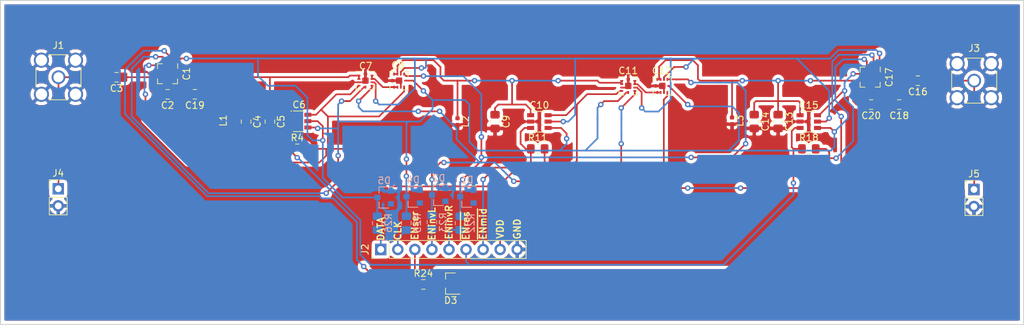
<source format=kicad_pcb>
(kicad_pcb (version 20171130) (host pcbnew 5.0.2-bee76a0~70~ubuntu18.04.1)
  (title_block (title "Tunable Bandpass Filter") (date 2019-02-17) (company "Viktor Naychev"))
  (layers (0 F.Cu signal) (31 B.Cu signal) (34 B.Paste user) (35 F.Paste user) (36 B.SilkS user) (37 F.SilkS user) (38 B.Mask user) (39 F.Mask user) (44 Edge.Cuts user))
  (net 0 "")
  (net 1 GND)
  (net 2 VDD)
  (net 3 "Net-(C1-Pad6)")
  (net 4 "Net-(C1-Pad10)")
  (net 5 /~ENres)
  (net 6 /CLK)
  (net 7 /DATA)
  (net 8 "Net-(C7-Pad8)")
  (net 9 "Net-(C10-Pad1)")
  (net 10 /~ENmid)
  (net 11 "Net-(C11-Pad8)")
  (net 12 "Net-(C12-Pad8)")
  (net 13 /ENser)
  (net 14 /ENinv_1)
  (net 15 /ENinv_2)
  (net 16 "Net-(C16-Pad2)")
  (net 17 "Net-(C19-Pad2)")
  (net 18 "Net-(C18-Pad2)")
  (net 19 "Net-(J2-Pad1)")
  (net 20 "Net-(J2-Pad2)")
  (net 21 "Net-(J2-Pad3)")
  (net 22 "Net-(J2-Pad4)")
  (net 23 "Net-(J2-Pad5)")
  (net 24 /SIG_IN)
  (net 25 /SIG_OUT)
  (module digital_capacitors:PE64909-QFN (layer F.Cu) (at 162.0606 82.5554 90)
    (fp_text reference C12 (at 2.2554 -0.0606 180) (layer F.SilkS))
    (fp_text value PE64909)
    (pad 1 smd roundrect (at -0.991584 -0.735265 180) (size 0.25 0.45) (layers F.Cu F.Paste F.Mask) (net 11 "Net-(C11-Pad8)"))
    (pad 2 smd roundrect (at -0.991584 -0.235265 180) (size 0.25 0.45) (layers F.Cu F.Paste F.Mask) (net 11 "Net-(C11-Pad8)"))
    (pad 3 smd roundrect (at -0.991584 0.264735 180) (size 0.25 0.45) (layers F.Cu F.Paste F.Mask) (net 1 GND))
    (pad 5 smd roundrect (at -0.016584 0.989735 180) (size 0.45 0.25) (layers F.Cu F.Paste F.Mask) (net 6 /CLK))
    (pad 6 smd roundrect (at 0.958416 0.764735 180) (size 0.25 0.45) (layers F.Cu F.Paste F.Mask) (net 15 /ENinv_2))
    (pad 7 smd roundrect (at 0.958416 0.264735 180) (size 0.25 0.45) (layers F.Cu F.Paste F.Mask) (net 7 /DATA))
    (pad 8 smd roundrect (at 0.958416 -0.235265 180) (size 0.25 0.45) (layers F.Cu F.Paste F.Mask) (net 12 "Net-(C12-Pad8)"))
    (pad 10 smd roundrect (at -0.016584 -0.960265 180) (size 0.45 0.25) (layers F.Cu F.Paste F.Mask) (net 1 GND))
    (pad 11 smd roundrect (at -0.016584 0.014735 180) (size 0.95 0.95) (layers F.Cu F.Mask) (roundrect_rratio 0.152) (net 1 GND))
    (pad 4 smd roundrect (at -0.991584 0.764735 180) (size 0.25 0.45) (layers F.Cu F.Paste F.Mask) (net 2 VDD))
    (pad 9 smd roundrect (at 0.958416 -0.735265 180) (size 0.25 0.45) (layers F.Cu F.Paste F.Mask) (net 12 "Net-(C12-Pad8)"))
  )
  (module digital_capacitors:PE64909-QFN (layer F.Cu) (at 157.0206 82.5554)
    (fp_text reference C11 (at -0.0206 -2.2554 -180) (layer F.SilkS))
    (fp_text value PE64909)
    (pad 9 smd roundrect (at 0.958416 -0.735265 90) (size 0.25 0.45) (layers F.Cu F.Paste F.Mask) (net 11 "Net-(C11-Pad8)"))
    (pad 4 smd roundrect (at -0.991584 0.764735 90) (size 0.25 0.45) (layers F.Cu F.Paste F.Mask) (net 2 VDD))
    (pad 11 smd roundrect (at -0.016584 0.014735 90) (size 0.95 0.95) (layers F.Cu F.Mask) (roundrect_rratio 0.152) (net 1 GND))
    (pad 10 smd roundrect (at -0.016584 -0.960265 90) (size 0.45 0.25) (layers F.Cu F.Paste F.Mask) (net 1 GND))
    (pad 8 smd roundrect (at 0.958416 -0.235265 90) (size 0.25 0.45) (layers F.Cu F.Paste F.Mask) (net 11 "Net-(C11-Pad8)"))
    (pad 7 smd roundrect (at 0.958416 0.264735 90) (size 0.25 0.45) (layers F.Cu F.Paste F.Mask) (net 7 /DATA))
    (pad 6 smd roundrect (at 0.958416 0.764735 90) (size 0.25 0.45) (layers F.Cu F.Paste F.Mask) (net 14 /ENinv_1))
    (pad 5 smd roundrect (at -0.016584 0.989735 90) (size 0.45 0.25) (layers F.Cu F.Paste F.Mask) (net 6 /CLK))
    (pad 3 smd roundrect (at -0.991584 0.264735 90) (size 0.25 0.45) (layers F.Cu F.Paste F.Mask) (net 1 GND))
    (pad 2 smd roundrect (at -0.991584 -0.235265 90) (size 0.25 0.45) (layers F.Cu F.Paste F.Mask) (net 9 "Net-(C10-Pad1)"))
    (pad 1 smd roundrect (at -0.991584 -0.735265 90) (size 0.25 0.45) (layers F.Cu F.Paste F.Mask) (net 9 "Net-(C10-Pad1)"))
  )
  (module digital_capacitors:PE64909-QFN (layer F.Cu) (at 117.876 81.768)
    (fp_text reference C7 (at 0.024 -2.168) (layer F.SilkS))
    (fp_text value PE64909)
    (pad 1 smd roundrect (at -0.991584 -0.735265 90) (size 0.25 0.45) (layers F.Cu F.Paste F.Mask) (net 4 "Net-(C1-Pad10)"))
    (pad 2 smd roundrect (at -0.991584 -0.235265 90) (size 0.25 0.45) (layers F.Cu F.Paste F.Mask) (net 4 "Net-(C1-Pad10)"))
    (pad 3 smd roundrect (at -0.991584 0.264735 90) (size 0.25 0.45) (layers F.Cu F.Paste F.Mask) (net 1 GND))
    (pad 5 smd roundrect (at -0.016584 0.989735 90) (size 0.45 0.25) (layers F.Cu F.Paste F.Mask) (net 6 /CLK))
    (pad 6 smd roundrect (at 0.958416 0.764735 90) (size 0.25 0.45) (layers F.Cu F.Paste F.Mask) (net 14 /ENinv_1))
    (pad 7 smd roundrect (at 0.958416 0.264735 90) (size 0.25 0.45) (layers F.Cu F.Paste F.Mask) (net 7 /DATA))
    (pad 8 smd roundrect (at 0.958416 -0.235265 90) (size 0.25 0.45) (layers F.Cu F.Paste F.Mask) (net 8 "Net-(C7-Pad8)"))
    (pad 10 smd roundrect (at -0.016584 -0.960265 90) (size 0.45 0.25) (layers F.Cu F.Paste F.Mask) (net 1 GND))
    (pad 11 smd roundrect (at -0.016584 0.014735 90) (size 0.95 0.95) (layers F.Cu F.Mask) (roundrect_rratio 0.152) (net 1 GND))
    (pad 4 smd roundrect (at -0.991584 0.764735 90) (size 0.25 0.45) (layers F.Cu F.Paste F.Mask) (net 2 VDD))
    (pad 9 smd roundrect (at 0.958416 -0.735265 90) (size 0.25 0.45) (layers F.Cu F.Paste F.Mask) (net 8 "Net-(C7-Pad8)"))
  )
  (module digital_capacitors:PE64909-QFN (layer F.Cu) (at 122.8552 81.768 90)
    (fp_text reference C8 (at 2.268 -0.1552 180) (layer F.SilkS))
    (fp_text value PE64909)
    (pad 1 smd roundrect (at -0.991584 -0.735265 180) (size 0.25 0.45) (layers F.Cu F.Paste F.Mask) (net 8 "Net-(C7-Pad8)"))
    (pad 2 smd roundrect (at -0.991584 -0.235265 180) (size 0.25 0.45) (layers F.Cu F.Paste F.Mask) (net 8 "Net-(C7-Pad8)"))
    (pad 3 smd roundrect (at -0.991584 0.264735 180) (size 0.25 0.45) (layers F.Cu F.Paste F.Mask) (net 1 GND))
    (pad 5 smd roundrect (at -0.016584 0.989735 180) (size 0.45 0.25) (layers F.Cu F.Paste F.Mask) (net 6 /CLK))
    (pad 6 smd roundrect (at 0.958416 0.764735 180) (size 0.25 0.45) (layers F.Cu F.Paste F.Mask) (net 15 /ENinv_2))
    (pad 7 smd roundrect (at 0.958416 0.264735 180) (size 0.25 0.45) (layers F.Cu F.Paste F.Mask) (net 7 /DATA))
    (pad 8 smd roundrect (at 0.958416 -0.235265 180) (size 0.25 0.45) (layers F.Cu F.Paste F.Mask) (net 9 "Net-(C10-Pad1)"))
    (pad 10 smd roundrect (at -0.016584 -0.960265 180) (size 0.45 0.25) (layers F.Cu F.Paste F.Mask) (net 1 GND))
    (pad 11 smd roundrect (at -0.016584 0.014735 180) (size 0.95 0.95) (layers F.Cu F.Mask) (roundrect_rratio 0.152) (net 1 GND))
    (pad 4 smd roundrect (at -0.991584 0.764735 180) (size 0.25 0.45) (layers F.Cu F.Paste F.Mask) (net 2 VDD))
    (pad 9 smd roundrect (at 0.958416 -0.735265 180) (size 0.25 0.45) (layers F.Cu F.Paste F.Mask) (net 9 "Net-(C10-Pad1)"))
  )
  (module digital_capacitors:NCD2100-TSOT-6 (layer F.Cu) (at 183.896 87.884)
    (fp_text reference C15 (at 0 -2.45) (layer F.SilkS))
    (fp_text value NCD2100)
    (pad 1 smd rect (at -1.3 -0.95) (size 1.05 0.6) (layers F.Cu F.Paste F.Mask) (net 12 "Net-(C12-Pad8)"))
    (pad 2 smd rect (at -1.3 0) (size 1.05 0.6) (layers F.Cu F.Paste F.Mask) (net 1 GND))
    (pad 3 smd rect (at -1.3 0.95) (size 1.05 0.6) (layers F.Cu F.Paste F.Mask) (net 5 /~ENres))
    (pad 4 smd rect (at 1.3 0.95) (size 1.05 0.6) (layers F.Cu F.Paste F.Mask) (net 6 /CLK))
    (pad 5 smd rect (at 1.3 0) (size 1.05 0.6) (layers F.Cu F.Paste F.Mask) (net 7 /DATA))
    (pad 6 smd rect (at 1.3 -0.95) (size 1.05 0.6) (layers F.Cu F.Paste F.Mask) (net 2 VDD))
  )
  (module digital_capacitors:NCD2100-TSOT-6 (layer F.Cu) (at 143.764 87.884)
    (fp_text reference C10 (at 0 -2.45) (layer F.SilkS))
    (fp_text value NCD2100)
    (pad 1 smd rect (at -1.3 -0.95) (size 1.05 0.6) (layers F.Cu F.Paste F.Mask) (net 9 "Net-(C10-Pad1)"))
    (pad 2 smd rect (at -1.3 0) (size 1.05 0.6) (layers F.Cu F.Paste F.Mask) (net 1 GND))
    (pad 3 smd rect (at -1.3 0.95) (size 1.05 0.6) (layers F.Cu F.Paste F.Mask) (net 10 /~ENmid))
    (pad 4 smd rect (at 1.3 0.95) (size 1.05 0.6) (layers F.Cu F.Paste F.Mask) (net 6 /CLK))
    (pad 5 smd rect (at 1.3 0) (size 1.05 0.6) (layers F.Cu F.Paste F.Mask) (net 7 /DATA))
    (pad 6 smd rect (at 1.3 -0.95) (size 1.05 0.6) (layers F.Cu F.Paste F.Mask) (net 2 VDD))
  )
  (module digital_capacitors:NCD2100-TSOT-6 (layer F.Cu) (at 107.98 87.818)
    (fp_text reference C6 (at 0 -2.45) (layer F.SilkS))
    (fp_text value NCD2100)
    (pad 1 smd rect (at -1.3 -0.95) (size 1.05 0.6) (layers F.Cu F.Paste F.Mask) (net 4 "Net-(C1-Pad10)"))
    (pad 2 smd rect (at -1.3 0) (size 1.05 0.6) (layers F.Cu F.Paste F.Mask) (net 1 GND))
    (pad 3 smd rect (at -1.3 0.95) (size 1.05 0.6) (layers F.Cu F.Paste F.Mask) (net 5 /~ENres))
    (pad 4 smd rect (at 1.3 0.95) (size 1.05 0.6) (layers F.Cu F.Paste F.Mask) (net 6 /CLK))
    (pad 5 smd rect (at 1.3 0) (size 1.05 0.6) (layers F.Cu F.Paste F.Mask) (net 7 /DATA))
    (pad 6 smd rect (at 1.3 -0.95) (size 1.05 0.6) (layers F.Cu F.Paste F.Mask) (net 2 VDD))
  )
  (module digital_capacitors:PE64102-QFN (layer F.Cu) (at 88.392 80.772 270)
    (fp_text reference C1 (at 0 -2.82 270) (layer F.SilkS))
    (fp_text value PE64102)
    (pad 12 smd roundrect (at -0.5 -0.9625 270) (size 0.25 0.475) (layers F.Cu F.Paste F.Mask) (net 7 /DATA))
    (pad 11 smd roundrect (at 0 -0.9625 270) (size 0.25 0.475) (layers F.Cu F.Paste F.Mask) (net 1 GND))
    (pad 10 smd roundrect (at 0.5 -0.9625 270) (size 0.25 0.475) (layers F.Cu F.Paste F.Mask) (net 4 "Net-(C1-Pad10)"))
    (pad 9 smd roundrect (at 0.9625 -0.5 270) (size 0.475 0.25) (layers F.Cu F.Paste F.Mask) (net 4 "Net-(C1-Pad10)"))
    (pad 8 smd roundrect (at 0.9625 0 270) (size 0.475 0.25) (layers F.Cu F.Paste F.Mask) (net 1 GND))
    (pad 7 smd roundrect (at 0.9625 0.5 270) (size 0.475 0.25) (layers F.Cu F.Paste F.Mask) (net 3 "Net-(C1-Pad6)"))
    (pad 6 smd roundrect (at 0.5 0.9625 270) (size 0.25 0.475) (layers F.Cu F.Paste F.Mask) (net 3 "Net-(C1-Pad6)"))
    (pad 5 smd roundrect (at 0 0.9625 270) (size 0.25 0.475) (layers F.Cu F.Paste F.Mask) (net 1 GND))
    (pad 4 smd roundrect (at -0.5 0.9625 270) (size 0.25 0.475) (layers F.Cu F.Paste F.Mask) (net 2 VDD))
    (pad 3 smd roundrect (at -0.9625 0.5 270) (size 0.475 0.25) (layers F.Cu F.Paste F.Mask) (net 6 /CLK))
    (pad 2 smd roundrect (at -0.9625 0 270) (size 0.475 0.25) (layers F.Cu F.Paste F.Mask) (net 1 GND))
    (pad 1 smd roundrect (at -0.9625 -0.5 270) (size 0.475 0.25) (layers F.Cu F.Paste F.Mask) (net 13 /ENser))
    (pad 13 smd roundrect (at 0 0 270) (size 1.1 1.1) (layers F.Cu F.Mask) (roundrect_rratio 0.152) (net 1 GND))
  )
  (module Capacitor_SMD:C_0805_2012Metric_Pad1.15x1.40mm_HandSolder (layer F.Cu) (at 88.392 83.82 180)
    (fp_text reference C2 (at 0 -1.65 180) (layer F.SilkS))
    (fp_text value 0,5pF)
    (pad 1 smd roundrect (at -1.025 0 180) (size 1.15 1.4) (layers F.Cu F.Paste F.Mask) (roundrect_rratio 0.217391) (net 17 "Net-(C19-Pad2)"))
    (pad 2 smd roundrect (at 1.025 0 180) (size 1.15 1.4) (layers F.Cu F.Paste F.Mask) (roundrect_rratio 0.217391) (net 3 "Net-(C1-Pad6)"))
  )
  (module Capacitor_SMD:C_0805_2012Metric_Pad1.15x1.40mm_HandSolder (layer F.Cu) (at 80.781 81.28 180)
    (fp_text reference C3 (at 0 -1.65 180) (layer F.SilkS))
    (fp_text value 7,5pF)
    (pad 2 smd roundrect (at 1.025 0 180) (size 1.15 1.4) (layers F.Cu F.Paste F.Mask) (roundrect_rratio 0.217391) (net 24 /SIG_IN))
    (pad 1 smd roundrect (at -1.025 0 180) (size 1.15 1.4) (layers F.Cu F.Paste F.Mask) (roundrect_rratio 0.217391) (net 3 "Net-(C1-Pad6)"))
  )
  (module Capacitor_SMD:C_0805_2012Metric_Pad1.15x1.40mm_HandSolder (layer F.Cu) (at 100.076 87.893 270)
    (fp_text reference C4 (at 0 -1.65 270) (layer F.SilkS))
    (fp_text value 1.8pF)
    (pad 1 smd roundrect (at -1.025 0 270) (size 1.15 1.4) (layers F.Cu F.Paste F.Mask) (roundrect_rratio 0.217391) (net 4 "Net-(C1-Pad10)"))
    (pad 2 smd roundrect (at 1.025 0 270) (size 1.15 1.4) (layers F.Cu F.Paste F.Mask) (roundrect_rratio 0.217391) (net 1 GND))
  )
  (module Capacitor_SMD:C_0805_2012Metric_Pad1.15x1.40mm_HandSolder (layer F.Cu) (at 103.632 87.893 270)
    (fp_text reference C5 (at 0 -1.65 270) (layer F.SilkS))
    (fp_text value 15pF)
    (pad 2 smd roundrect (at 1.025 0 270) (size 1.15 1.4) (layers F.Cu F.Paste F.Mask) (roundrect_rratio 0.217391) (net 1 GND))
    (pad 1 smd roundrect (at -1.025 0 270) (size 1.15 1.4) (layers F.Cu F.Paste F.Mask) (roundrect_rratio 0.217391) (net 4 "Net-(C1-Pad10)"))
  )
  (module Capacitor_SMD:C_0805_2012Metric_Pad1.15x1.40mm_HandSolder (layer F.Cu) (at 137.16 87.884 270)
    (fp_text reference C9 (at 0 -1.65 270) (layer F.SilkS))
    (fp_text value 18pF)
    (pad 2 smd roundrect (at 1.025 0 270) (size 1.15 1.4) (layers F.Cu F.Paste F.Mask) (roundrect_rratio 0.217391) (net 1 GND))
    (pad 1 smd roundrect (at -1.025 0 270) (size 1.15 1.4) (layers F.Cu F.Paste F.Mask) (roundrect_rratio 0.217391) (net 9 "Net-(C10-Pad1)"))
  )
  (module Capacitor_SMD:C_0805_2012Metric_Pad1.15x1.40mm_HandSolder (layer F.Cu) (at 179.324 87.875 270)
    (fp_text reference C13 (at 0 -1.65 270) (layer F.SilkS))
    (fp_text value 1.8pF)
    (pad 2 smd roundrect (at 1.025 0 270) (size 1.15 1.4) (layers F.Cu F.Paste F.Mask) (roundrect_rratio 0.217391) (net 1 GND))
    (pad 1 smd roundrect (at -1.025 0 270) (size 1.15 1.4) (layers F.Cu F.Paste F.Mask) (roundrect_rratio 0.217391) (net 12 "Net-(C12-Pad8)"))
  )
  (module Capacitor_SMD:C_0805_2012Metric_Pad1.15x1.40mm_HandSolder (layer F.Cu) (at 175.768 87.875 270)
    (fp_text reference C14 (at 0 -1.65 270) (layer F.SilkS))
    (fp_text value 15pF)
    (pad 1 smd roundrect (at -1.025 0 270) (size 1.15 1.4) (layers F.Cu F.Paste F.Mask) (roundrect_rratio 0.217391) (net 12 "Net-(C12-Pad8)"))
    (pad 2 smd roundrect (at 1.025 0 270) (size 1.15 1.4) (layers F.Cu F.Paste F.Mask) (roundrect_rratio 0.217391) (net 1 GND))
  )
  (module Capacitor_SMD:C_0805_2012Metric_Pad1.15x1.40mm_HandSolder (layer F.Cu) (at 200.143 81.788 180)
    (fp_text reference C16 (at 0 -1.65 180) (layer F.SilkS))
    (fp_text value 7,5pF)
    (pad 2 smd roundrect (at 1.025 0 180) (size 1.15 1.4) (layers F.Cu F.Paste F.Mask) (roundrect_rratio 0.217391) (net 16 "Net-(C16-Pad2)"))
    (pad 1 smd roundrect (at -1.025 0 180) (size 1.15 1.4) (layers F.Cu F.Paste F.Mask) (roundrect_rratio 0.217391) (net 25 /SIG_OUT))
  )
  (module digital_capacitors:PE64102-QFN (layer F.Cu) (at 193.04 81.28 270)
    (fp_text reference C17 (at 0 -2.82 270) (layer F.SilkS))
    (fp_text value PE64102)
    (pad 13 smd roundrect (at 0 0 270) (size 1.1 1.1) (layers F.Cu F.Mask) (roundrect_rratio 0.152) (net 1 GND))
    (pad 1 smd roundrect (at -0.9625 -0.5 270) (size 0.475 0.25) (layers F.Cu F.Paste F.Mask) (net 13 /ENser))
    (pad 2 smd roundrect (at -0.9625 0 270) (size 0.475 0.25) (layers F.Cu F.Paste F.Mask) (net 1 GND))
    (pad 3 smd roundrect (at -0.9625 0.5 270) (size 0.475 0.25) (layers F.Cu F.Paste F.Mask) (net 6 /CLK))
    (pad 4 smd roundrect (at -0.5 0.9625 270) (size 0.25 0.475) (layers F.Cu F.Paste F.Mask) (net 2 VDD))
    (pad 5 smd roundrect (at 0 0.9625 270) (size 0.25 0.475) (layers F.Cu F.Paste F.Mask) (net 1 GND))
    (pad 6 smd roundrect (at 0.5 0.9625 270) (size 0.25 0.475) (layers F.Cu F.Paste F.Mask) (net 12 "Net-(C12-Pad8)"))
    (pad 7 smd roundrect (at 0.9625 0.5 270) (size 0.475 0.25) (layers F.Cu F.Paste F.Mask) (net 12 "Net-(C12-Pad8)"))
    (pad 8 smd roundrect (at 0.9625 0 270) (size 0.475 0.25) (layers F.Cu F.Paste F.Mask) (net 1 GND))
    (pad 9 smd roundrect (at 0.9625 -0.5 270) (size 0.475 0.25) (layers F.Cu F.Paste F.Mask) (net 16 "Net-(C16-Pad2)"))
    (pad 10 smd roundrect (at 0.5 -0.9625 270) (size 0.25 0.475) (layers F.Cu F.Paste F.Mask) (net 16 "Net-(C16-Pad2)"))
    (pad 11 smd roundrect (at 0 -0.9625 270) (size 0.25 0.475) (layers F.Cu F.Paste F.Mask) (net 1 GND))
    (pad 12 smd roundrect (at -0.5 -0.9625 270) (size 0.25 0.475) (layers F.Cu F.Paste F.Mask) (net 7 /DATA))
  )
  (module Capacitor_SMD:C_0805_2012Metric_Pad1.15x1.40mm_HandSolder (layer F.Cu) (at 197.367 85.344 180)
    (fp_text reference C18 (at 0 -1.65 180) (layer F.SilkS))
    (fp_text value 0,5pF)
    (pad 2 smd roundrect (at 1.025 0 180) (size 1.15 1.4) (layers F.Cu F.Paste F.Mask) (roundrect_rratio 0.217391) (net 18 "Net-(C18-Pad2)"))
    (pad 1 smd roundrect (at -1.025 0 180) (size 1.15 1.4) (layers F.Cu F.Paste F.Mask) (roundrect_rratio 0.217391) (net 16 "Net-(C16-Pad2)"))
  )
  (module Connector_PinHeader_2.54mm:PinHeader_1x09_P2.54mm_Vertical (layer F.Cu) (at 120.142 106.934 90)
    (fp_text reference J2 (at 0 -2.33 90) (layer F.SilkS))
    (fp_text value Conn_01x09_Male)
    (pad 1 thru_hole rect (at 0 0 90) (size 1.7 1.7) (drill 1) (layers *.Cu *.Mask) (net 19 "Net-(J2-Pad1)"))
    (pad 2 thru_hole oval (at 0 2.54 90) (size 1.7 1.7) (drill 1) (layers *.Cu *.Mask) (net 20 "Net-(J2-Pad2)"))
    (pad 3 thru_hole oval (at 0 5.08 90) (size 1.7 1.7) (drill 1) (layers *.Cu *.Mask) (net 21 "Net-(J2-Pad3)"))
    (pad 4 thru_hole oval (at 0 7.62 90) (size 1.7 1.7) (drill 1) (layers *.Cu *.Mask) (net 22 "Net-(J2-Pad4)"))
    (pad 5 thru_hole oval (at 0 10.16 90) (size 1.7 1.7) (drill 1) (layers *.Cu *.Mask) (net 23 "Net-(J2-Pad5)"))
    (pad 6 thru_hole oval (at 0 12.7 90) (size 1.7 1.7) (drill 1) (layers *.Cu *.Mask) (net 5 /~ENres))
    (pad 7 thru_hole oval (at 0 15.24 90) (size 1.7 1.7) (drill 1) (layers *.Cu *.Mask) (net 10 /~ENmid))
    (pad 8 thru_hole oval (at 0 17.78 90) (size 1.7 1.7) (drill 1) (layers *.Cu *.Mask) (net 2 VDD))
    (pad 9 thru_hole oval (at 0 20.32 90) (size 1.7 1.7) (drill 1) (layers *.Cu *.Mask) (net 1 GND))
  )
  (module Resistor_SMD:R_0805_2012Metric_Pad1.15x1.40mm_HandSolder (layer F.Cu) (at 107.705 91.948)
    (fp_text reference R4 (at 0 -1.65) (layer F.SilkS))
    (fp_text value 68k)
    (pad 1 smd roundrect (at -1.025 0) (size 1.15 1.4) (layers F.Cu F.Paste F.Mask) (roundrect_rratio 0.217391) (net 5 /~ENres))
    (pad 2 smd roundrect (at 1.025 0) (size 1.15 1.4) (layers F.Cu F.Paste F.Mask) (roundrect_rratio 0.217391) (net 2 VDD))
  )
  (module Resistor_SMD:R_0805_2012Metric_Pad1.15x1.40mm_HandSolder (layer F.Cu) (at 143.519 91.948)
    (fp_text reference R11 (at 0 -1.65) (layer F.SilkS))
    (fp_text value 68k)
    (pad 2 smd roundrect (at 1.025 0) (size 1.15 1.4) (layers F.Cu F.Paste F.Mask) (roundrect_rratio 0.217391) (net 2 VDD))
    (pad 1 smd roundrect (at -1.025 0) (size 1.15 1.4) (layers F.Cu F.Paste F.Mask) (roundrect_rratio 0.217391) (net 10 /~ENmid))
  )
  (module Resistor_SMD:R_0805_2012Metric_Pad1.15x1.40mm_HandSolder (layer F.Cu) (at 183.905 91.948)
    (fp_text reference R18 (at 0 -1.65) (layer F.SilkS))
    (fp_text value 68k)
    (pad 1 smd roundrect (at -1.025 0) (size 1.15 1.4) (layers F.Cu F.Paste F.Mask) (roundrect_rratio 0.217391) (net 5 /~ENres))
    (pad 2 smd roundrect (at 1.025 0) (size 1.15 1.4) (layers F.Cu F.Paste F.Mask) (roundrect_rratio 0.217391) (net 2 VDD))
  )
  (module Capacitor_SMD:C_0805_2012Metric_Pad1.15x1.40mm_HandSolder (layer F.Cu) (at 92.447 83.82 180)
    (fp_text reference C19 (at 0 -1.65 180) (layer F.SilkS))
    (fp_text value 0,5pF)
    (pad 1 smd roundrect (at -1.025 0 180) (size 1.15 1.4) (layers F.Cu F.Paste F.Mask) (roundrect_rratio 0.217391) (net 4 "Net-(C1-Pad10)"))
    (pad 2 smd roundrect (at 1.025 0 180) (size 1.15 1.4) (layers F.Cu F.Paste F.Mask) (roundrect_rratio 0.217391) (net 17 "Net-(C19-Pad2)"))
  )
  (module Capacitor_SMD:C_0805_2012Metric_Pad1.15x1.40mm_HandSolder (layer F.Cu) (at 193.1834 85.344 180)
    (fp_text reference C20 (at 0 -1.65 180) (layer F.SilkS))
    (fp_text value 0,5pF)
    (pad 2 smd roundrect (at 1.025 0 180) (size 1.15 1.4) (layers F.Cu F.Paste F.Mask) (roundrect_rratio 0.217391) (net 12 "Net-(C12-Pad8)"))
    (pad 1 smd roundrect (at -1.025 0 180) (size 1.15 1.4) (layers F.Cu F.Paste F.Mask) (roundrect_rratio 0.217391) (net 18 "Net-(C18-Pad2)"))
  )
  (module Diode_SMD:D_SOT-23_ANK (layer B.Cu) (at 132.969 99.06 180)
    (fp_text reference D1 (at 0 2.5 180) (layer B.SilkS) (effects (justify mirror)))
    (fp_text value BZX84Cxx)
    (pad 2 smd rect (at -1 0.95 180) (size 0.9 0.8) (layers B.Cu B.Paste B.Mask) (net 1 GND))
    (pad "" smd rect (at -1 -0.95 180) (size 0.9 0.8) (layers B.Cu B.Paste B.Mask))
    (pad 1 smd rect (at 1 0 180) (size 0.9 0.8) (layers B.Cu B.Paste B.Mask) (net 15 /ENinv_2))
  )
  (module Diode_SMD:D_SOT-23_ANK (layer B.Cu) (at 128.778 98.806 180)
    (fp_text reference D2 (at 0 2.5 180) (layer B.SilkS) (effects (justify mirror)))
    (fp_text value BZX84Cxx)
    (pad 2 smd rect (at -1 0.95 180) (size 0.9 0.8) (layers B.Cu B.Paste B.Mask) (net 1 GND))
    (pad "" smd rect (at -1 -0.95 180) (size 0.9 0.8) (layers B.Cu B.Paste B.Mask))
    (pad 1 smd rect (at 1 0 180) (size 0.9 0.8) (layers B.Cu B.Paste B.Mask) (net 14 /ENinv_1))
  )
  (module Diode_SMD:D_SOT-23_ANK (layer F.Cu) (at 130.556 112.014 180)
    (fp_text reference D3 (at 0 -2.5 180) (layer F.SilkS))
    (fp_text value BZX84Cxx)
    (pad 1 smd rect (at 1 0 180) (size 0.9 0.8) (layers F.Cu F.Paste F.Mask) (net 13 /ENser))
    (pad "" smd rect (at -1 0.95 180) (size 0.9 0.8) (layers F.Cu F.Paste F.Mask))
    (pad 2 smd rect (at -1 -0.95 180) (size 0.9 0.8) (layers F.Cu F.Paste F.Mask) (net 1 GND))
  )
  (module Diode_SMD:D_SOT-23_ANK (layer B.Cu) (at 124.968 99.06 180)
    (fp_text reference D4 (at 0 2.5 180) (layer B.SilkS) (effects (justify mirror)))
    (fp_text value BZX84Cxx)
    (pad 2 smd rect (at -1 0.95 180) (size 0.9 0.8) (layers B.Cu B.Paste B.Mask) (net 1 GND))
    (pad "" smd rect (at -1 -0.95 180) (size 0.9 0.8) (layers B.Cu B.Paste B.Mask))
    (pad 1 smd rect (at 1 0 180) (size 0.9 0.8) (layers B.Cu B.Paste B.Mask) (net 6 /CLK))
  )
  (module Diode_SMD:D_SOT-23_ANK (layer B.Cu) (at 120.65 99.187 180)
    (fp_text reference D5 (at 0 2.5 180) (layer B.SilkS) (effects (justify mirror)))
    (fp_text value BZX84Cxx)
    (pad 1 smd rect (at 1 0 180) (size 0.9 0.8) (layers B.Cu B.Paste B.Mask) (net 7 /DATA))
    (pad "" smd rect (at -1 -0.95 180) (size 0.9 0.8) (layers B.Cu B.Paste B.Mask))
    (pad 2 smd rect (at -1 0.95 180) (size 0.9 0.8) (layers B.Cu B.Paste B.Mask) (net 1 GND))
  )
  (module Resistor_SMD:R_0805_2012Metric_Pad1.15x1.40mm_HandSolder (layer B.Cu) (at 131.953 103.006 90)
    (fp_text reference R22 (at 0 1.65 90) (layer B.SilkS) (effects (justify mirror)))
    (fp_text value 7.5R)
    (pad 1 smd roundrect (at -1.025 0 90) (size 1.15 1.4) (layers B.Cu B.Paste B.Mask) (roundrect_rratio 0.217391) (net 23 "Net-(J2-Pad5)"))
    (pad 2 smd roundrect (at 1.025 0 90) (size 1.15 1.4) (layers B.Cu B.Paste B.Mask) (roundrect_rratio 0.217391) (net 15 /ENinv_2))
  )
  (module Resistor_SMD:R_0805_2012Metric_Pad1.15x1.40mm_HandSolder (layer B.Cu) (at 127.762 102.87 90)
    (fp_text reference R23 (at 0 1.65 90) (layer B.SilkS) (effects (justify mirror)))
    (fp_text value 7.5R)
    (pad 1 smd roundrect (at -1.025 0 90) (size 1.15 1.4) (layers B.Cu B.Paste B.Mask) (roundrect_rratio 0.217391) (net 22 "Net-(J2-Pad4)"))
    (pad 2 smd roundrect (at 1.025 0 90) (size 1.15 1.4) (layers B.Cu B.Paste B.Mask) (roundrect_rratio 0.217391) (net 14 /ENinv_1))
  )
  (module Resistor_SMD:R_0805_2012Metric_Pad1.15x1.40mm_HandSolder (layer F.Cu) (at 126.492 112.141)
    (fp_text reference R24 (at 0 -1.65) (layer F.SilkS))
    (fp_text value 7.5R)
    (pad 2 smd roundrect (at 1.025 0) (size 1.15 1.4) (layers F.Cu F.Paste F.Mask) (roundrect_rratio 0.217391) (net 13 /ENser))
    (pad 1 smd roundrect (at -1.025 0) (size 1.15 1.4) (layers F.Cu F.Paste F.Mask) (roundrect_rratio 0.217391) (net 21 "Net-(J2-Pad3)"))
  )
  (module Resistor_SMD:R_0805_2012Metric_Pad1.15x1.40mm_HandSolder (layer B.Cu) (at 123.952 102.997 90)
    (fp_text reference R25 (at 0 1.65 90) (layer B.SilkS) (effects (justify mirror)))
    (fp_text value 7.5R)
    (pad 2 smd roundrect (at 1.025 0 90) (size 1.15 1.4) (layers B.Cu B.Paste B.Mask) (roundrect_rratio 0.217391) (net 6 /CLK))
    (pad 1 smd roundrect (at -1.025 0 90) (size 1.15 1.4) (layers B.Cu B.Paste B.Mask) (roundrect_rratio 0.217391) (net 20 "Net-(J2-Pad2)"))
  )
  (module Resistor_SMD:R_0805_2012Metric_Pad1.15x1.40mm_HandSolder (layer B.Cu) (at 119.634 102.997 90)
    (fp_text reference R26 (at 0 1.65 90) (layer B.SilkS) (effects (justify mirror)))
    (fp_text value 7.5R)
    (pad 2 smd roundrect (at 1.025 0 90) (size 1.15 1.4) (layers B.Cu B.Paste B.Mask) (roundrect_rratio 0.217391) (net 7 /DATA))
    (pad 1 smd roundrect (at -1.025 0 90) (size 1.15 1.4) (layers B.Cu B.Paste B.Mask) (roundrect_rratio 0.217391) (net 19 "Net-(J2-Pad1)"))
  )
  (module Connector_Coaxial:SMA_Amphenol_901-144_Vertical (layer F.Cu) (at 72.136 81.28)
    (fp_text reference J1 (at 0 -4.75) (layer F.SilkS))
    (fp_text value Conn_Coaxial)
    (pad 2 thru_hole circle (at -2.54 2.54) (size 2.25 2.25) (drill 1.7) (layers *.Cu *.Mask) (net 1 GND))
    (pad 2 thru_hole circle (at -2.54 -2.54) (size 2.25 2.25) (drill 1.7) (layers *.Cu *.Mask) (net 1 GND))
    (pad 2 thru_hole circle (at 2.54 -2.54) (size 2.25 2.25) (drill 1.7) (layers *.Cu *.Mask) (net 1 GND))
    (pad 2 thru_hole circle (at 2.54 2.54) (size 2.25 2.25) (drill 1.7) (layers *.Cu *.Mask) (net 1 GND))
    (pad 1 thru_hole circle (at 0 0) (size 2.05 2.05) (drill 1.5) (layers *.Cu *.Mask) (net 24 /SIG_IN))
  )
  (module Connector_Coaxial:SMA_Amphenol_901-144_Vertical (layer F.Cu) (at 208.534 81.788 180)
    (fp_text reference J3 (at 0 4.826 180) (layer F.SilkS))
    (fp_text value Conn_Coaxial)
    (pad 1 thru_hole circle (at 0 0 180) (size 2.05 2.05) (drill 1.5) (layers *.Cu *.Mask) (net 25 /SIG_OUT))
    (pad 2 thru_hole circle (at 2.54 2.54 180) (size 2.25 2.25) (drill 1.7) (layers *.Cu *.Mask) (net 1 GND))
    (pad 2 thru_hole circle (at 2.54 -2.54 180) (size 2.25 2.25) (drill 1.7) (layers *.Cu *.Mask) (net 1 GND))
    (pad 2 thru_hole circle (at -2.54 -2.54 180) (size 2.25 2.25) (drill 1.7) (layers *.Cu *.Mask) (net 1 GND))
    (pad 2 thru_hole circle (at -2.54 2.54 180) (size 2.25 2.25) (drill 1.7) (layers *.Cu *.Mask) (net 1 GND))
  )
  (module Connector_PinHeader_2.54mm:PinHeader_1x02_P2.54mm_Vertical (layer F.Cu) (at 72.1 97.9)
    (fp_text reference J4 (at 0 -2.33) (layer F.SilkS))
    (fp_text value Conn_01x02_Male)
    (pad 1 thru_hole rect (at 0 0) (size 1.7 1.7) (drill 1) (layers *.Cu *.Mask) (net 24 /SIG_IN))
    (pad 2 thru_hole oval (at 0 2.54) (size 1.7 1.7) (drill 1) (layers *.Cu *.Mask) (net 1 GND))
  )
  (module Connector_PinHeader_2.54mm:PinHeader_1x02_P2.54mm_Vertical (layer F.Cu) (at 208.5 98)
    (fp_text reference J5 (at 0 -2.33) (layer F.SilkS))
    (fp_text value Conn_01x02_Male)
    (pad 2 thru_hole oval (at 0 2.54) (size 1.7 1.7) (drill 1) (layers *.Cu *.Mask) (net 1 GND))
    (pad 1 thru_hole rect (at 0 0) (size 1.7 1.7) (drill 1) (layers *.Cu *.Mask) (net 25 /SIG_OUT))
  )
  (module Inductor_SMD:L_0402_1005Metric (layer F.Cu) (at 95.504 87.743 270)
    (fp_text reference L1 (at 0 -1.17 270) (layer F.SilkS))
    (fp_text value 4nH)
    (pad 1 smd roundrect (at -0.485 0 270) (size 0.59 0.64) (layers F.Cu F.Paste F.Mask) (net 4 "Net-(C1-Pad10)"))
    (pad 2 smd roundrect (at 0.485 0 270) (size 0.59 0.64) (layers F.Cu F.Paste F.Mask) (net 1 GND))
  )
  (module Inductor_SMD:L_0402_1005Metric (layer F.Cu) (at 131.572 87.884 270)
    (fp_text reference L2 (at 0 -1.17 270) (layer F.SilkS))
    (fp_text value 4nH)
    (pad 2 smd roundrect (at 0.485 0 270) (size 0.59 0.64) (layers F.Cu F.Paste F.Mask) (net 1 GND))
    (pad 1 smd roundrect (at -0.485 0 270) (size 0.59 0.64) (layers F.Cu F.Paste F.Mask) (net 9 "Net-(C10-Pad1)"))
  )
  (module Inductor_SMD:L_0402_1005Metric (layer F.Cu) (at 172.466 87.771 270)
    (fp_text reference L3 (at 0 -1.17 270) (layer F.SilkS))
    (fp_text value 4nH)
    (pad 1 smd roundrect (at -0.485 0 270) (size 0.59 0.64) (layers F.Cu F.Paste F.Mask) (net 12 "Net-(C12-Pad8)"))
    (pad 2 smd roundrect (at 0.485 0 270) (size 0.59 0.64) (layers F.Cu F.Paste F.Mask) (net 1 GND))
  )
  (gr_line (start 63.5 118.11) (end 63.5 69.85) (layer Edge.Cuts) (width 0.15))
  (gr_line (start 123.825 118.11) (end 63.5 118.11) (layer Edge.Cuts) (width 0.15))
  (gr_line (start 215.9 118.11) (end 123.825 118.11) (layer Edge.Cuts) (width 0.15))
  (gr_line (start 215.9 69.85) (end 215.9 118.11) (layer Edge.Cuts) (width 0.15))
  (gr_line (start 63.5 69.85) (end 215.9 69.85) (layer Edge.Cuts) (width 0.15))
  (gr_text GND (at 140.462 103.886 90) (layer F.SilkS) (effects (font (size 1 1) (thickness 0.2))))
  (gr_text VDD (at 137.922 103.886 90) (layer F.SilkS) (effects (font (size 1 1) (thickness 0.2))))
  (gr_text ~ENmid (at 135.382 103.124 90) (layer F.SilkS) (effects (font (size 1 1) (thickness 0.2))))
  (gr_text ~ENres (at 132.842 103.378 90) (layer F.SilkS) (effects (font (size 1 1) (thickness 0.2))))
  (gr_text ENinvR (at 130.302 102.87 90) (layer F.SilkS) (effects (font (size 1 1) (thickness 0.2))))
  (gr_text ENinvL (at 127.762 103.124 90) (layer F.SilkS) (effects (font (size 1 1) (thickness 0.2))))
  (gr_text ENser (at 125.222 103.378 90) (layer F.SilkS) (effects (font (size 1 1) (thickness 0.2))))
  (gr_text CLK (at 122.682 104.14 90) (layer F.SilkS) (effects (font (size 1 1) (thickness 0.2))))
  (gr_text DATA (at 120.142 103.886 90) (layer F.SilkS) (effects (font (size 1 1) (thickness 0.2))))
  (segment (start 162.0806 82.5754) (end 161.9806 82.5754) (width 0.25) (layer F.Cu) (net 1))
  (segment (start 162.0806 82.5754) (end 161.8306 82.8254) (width 0.25) (layer F.Cu) (net 1))
  (segment (start 117.856 81.788) (end 117.606 81.538) (width 0.25) (layer F.Cu) (net 1))
  (segment (start 117.856 81.788) (end 117.856 81.688) (width 0.25) (layer F.Cu) (net 1))
  (segment (start 122.8852 81.788) (end 122.6352 82.038) (width 0.25) (layer F.Cu) (net 1))
  (segment (start 157.0006 82.4754) (end 157.0006 82.5754) (width 0.25) (layer F.Cu) (net 1))
  (segment (start 156.7506 82.3254) (end 157.0006 82.5754) (width 0.25) (layer F.Cu) (net 1))
  (segment (start 88.392 80.772) (end 88.392 79.8095) (width 0.25) (layer F.Cu) (net 1))
  (segment (start 88.392 80.772) (end 89.3545 80.772) (width 0.25) (layer F.Cu) (net 1))
  (segment (start 88.392 80.772) (end 88.392 81.7345) (width 0.25) (layer F.Cu) (net 1))
  (segment (start 88.392 80.772) (end 87.4295 80.772) (width 0.25) (layer F.Cu) (net 1))
  (segment (start 193.04 81.28) (end 193.04 80.3175) (width 0.25) (layer F.Cu) (net 1))
  (segment (start 194.0025 81.28) (end 193.04 81.28) (width 0.25) (layer F.Cu) (net 1))
  (segment (start 193.04 82.2425) (end 193.04 81.28) (width 0.25) (layer F.Cu) (net 1))
  (segment (start 193.04 81.28) (end 192.0775 81.28) (width 0.25) (layer F.Cu) (net 1))
  (segment (start 194.0025 81.28) (end 194.34 81.28) (width 0.25) (layer F.Cu) (net 1))
  (segment (start 194.34 81.28) (end 195.072 81.28) (width 0.25) (layer F.Cu) (net 1))
  (segment (start 195.072 81.28) (end 195.326 81.026) (width 0.25) (layer F.Cu) (net 1))
  (segment (start 87.4295 80.772) (end 85.598 80.772) (width 0.25) (layer F.Cu) (net 1))
  (segment (start 85.598 80.772) (end 85.344 80.518) (width 0.25) (layer F.Cu) (net 1))
  (segment (start 105.984 87.818) (end 106.68 87.818) (width 0.25) (layer F.Cu) (net 1))
  (segment (start 103.632 88.918) (end 104.884 88.918) (width 0.25) (layer F.Cu) (net 1))
  (segment (start 104.884 88.918) (end 105.984 87.818) (width 0.25) (layer F.Cu) (net 1))
  (segment (start 122.8852 81.788) (end 122.7852 81.788) (width 0.25) (layer F.Cu) (net 1))
  (segment (start 117.859416 80.807735) (end 117.859416 81.782735) (width 0.25) (layer F.Cu) (net 1))
  (segment (start 117.609416 82.032735) (end 117.859416 81.782735) (width 0.25) (layer F.Cu) (net 1))
  (segment (start 116.884416 82.032735) (end 117.609416 82.032735) (width 0.25) (layer F.Cu) (net 1))
  (segment (start 121.894935 81.784584) (end 122.869935 81.784584) (width 0.25) (layer F.Cu) (net 1))
  (segment (start 123.119935 82.034584) (end 123.119935 82.759584) (width 0.25) (layer F.Cu) (net 1))
  (segment (start 122.869935 81.784584) (end 123.119935 82.034584) (width 0.25) (layer F.Cu) (net 1))
  (segment (start 157.004016 81.595135) (end 157.004016 82.570135) (width 0.25) (layer F.Cu) (net 1))
  (segment (start 156.754016 82.820135) (end 157.004016 82.570135) (width 0.25) (layer F.Cu) (net 1))
  (segment (start 156.029016 82.820135) (end 156.754016 82.820135) (width 0.25) (layer F.Cu) (net 1))
  (segment (start 162.325335 82.821984) (end 162.075335 82.571984) (width 0.25) (layer F.Cu) (net 1))
  (segment (start 162.325335 83.546984) (end 162.325335 82.821984) (width 0.25) (layer F.Cu) (net 1))
  (segment (start 161.100335 82.571984) (end 162.075335 82.571984) (width 0.25) (layer F.Cu) (net 1))
  (segment (start 116.884416 82.032735) (end 116.032735 82.032735) (width 0.25) (layer F.Cu) (net 1))
  (segment (start 137.922 97.282) (end 139.7 95.504) (width 0.25) (layer F.Cu) (net 2))
  (segment (start 139.7 95.504) (end 144.018 95.504) (width 0.25) (layer F.Cu) (net 2))
  (segment (start 144.018 95.504) (end 144.544 94.978) (width 0.25) (layer F.Cu) (net 2))
  (segment (start 137.922 97.536) (end 137.922 97.282) (width 0.25) (layer F.Cu) (net 2))
  (segment (start 144.544 94.234) (end 144.544 91.948) (width 0.25) (layer F.Cu) (net 2))
  (segment (start 144.544 94.978) (end 144.544 94.234) (width 0.25) (layer F.Cu) (net 2))
  (segment (start 137.922 97.79) (end 137.922 97.536) (width 0.25) (layer F.Cu) (net 2))
  (segment (start 137.922 106.934) (end 137.922 97.79) (width 0.25) (layer F.Cu) (net 2))
  (segment (start 184.15 97.79) (end 186.944 94.996) (width 0.25) (layer F.Cu) (net 2))
  (segment (start 186.436 91.948) (end 184.93 91.948) (width 0.25) (layer F.Cu) (net 2))
  (segment (start 186.944 92.456) (end 186.436 91.948) (width 0.25) (layer F.Cu) (net 2))
  (segment (start 108.73 91.948) (end 112.014 91.948) (width 0.25) (layer F.Cu) (net 2))
  (segment (start 137.922 97.79) (end 162.306 97.79) (width 0.25) (layer F.Cu) (net 2))
  (via (at 85.09 83.82) (size 0.8) (drill 0.4) (layers F.Cu B.Cu) (net 2))
  (segment (start 110.998 93.98) (end 112.014 92.964) (width 0.25) (layer F.Cu) (net 2))
  (segment (start 91.44 93.98) (end 110.998 93.98) (width 0.25) (layer F.Cu) (net 2))
  (segment (start 112.014 92.964) (end 112.014 91.948) (width 0.25) (layer F.Cu) (net 2))
  (segment (start 85.09 83.82) (end 85.09 87.63) (width 0.25) (layer F.Cu) (net 2))
  (segment (start 85.09 87.63) (end 91.44 93.98) (width 0.25) (layer F.Cu) (net 2))
  (segment (start 144.018 95.504) (end 147.574 95.504) (width 0.25) (layer F.Cu) (net 2))
  (segment (start 147.574 95.504) (end 149.352 93.726) (width 0.25) (layer F.Cu) (net 2))
  (segment (start 149.352 93.726) (end 149.352 85.344) (width 0.25) (layer F.Cu) (net 2))
  (segment (start 147.762 86.934) (end 149.606 85.09) (width 0.25) (layer F.Cu) (net 2))
  (segment (start 145.064 86.934) (end 147.762 86.934) (width 0.25) (layer F.Cu) (net 2))
  (segment (start 149.606 85.09) (end 149.352 85.344) (width 0.25) (layer F.Cu) (net 2))
  (segment (start 109.28 86.868) (end 110.49 86.868) (width 0.25) (layer F.Cu) (net 2))
  (segment (start 111.252 86.106) (end 112.268 87.122) (width 0.25) (layer F.Cu) (net 2))
  (segment (start 110.49 86.868) (end 111.252 86.106) (width 0.25) (layer F.Cu) (net 2))
  (segment (start 112.268 87.122) (end 112.268 89.408) (width 0.25) (layer F.Cu) (net 2))
  (segment (start 112.268 89.408) (end 112.268 91.948) (width 0.25) (layer F.Cu) (net 2))
  (segment (start 112.014 91.948) (end 112.268 91.948) (width 0.25) (layer F.Cu) (net 2))
  (segment (start 189.043 83.312) (end 189.23 83.312) (width 0.25) (layer F.Cu) (net 2))
  (via (at 189.23 83.312) (size 0.8) (drill 0.4) (layers F.Cu B.Cu) (net 2))
  (segment (start 185.196 86.934) (end 185.421 86.934) (width 0.25) (layer F.Cu) (net 2))
  (segment (start 185.421 86.934) (end 189.043 83.312) (width 0.25) (layer F.Cu) (net 2))
  (via (at 190.5 80.772) (size 0.8) (drill 0.4) (layers F.Cu B.Cu) (net 2))
  (segment (start 189.23 83.312) (end 189.23 82.042) (width 0.25) (layer B.Cu) (net 2))
  (segment (start 189.23 82.042) (end 190.5 80.772) (width 0.25) (layer B.Cu) (net 2))
  (segment (start 192.0695 80.772) (end 192.0775 80.78) (width 0.25) (layer F.Cu) (net 2))
  (segment (start 190.5 80.772) (end 192.0695 80.772) (width 0.25) (layer F.Cu) (net 2))
  (via (at 187.96 93.345) (size 0.8) (drill 0.4) (layers F.Cu B.Cu) (net 2))
  (segment (start 186.944 93.345) (end 187.96 93.345) (width 0.25) (layer F.Cu) (net 2))
  (segment (start 186.944 93.345) (end 186.944 92.456) (width 0.25) (layer F.Cu) (net 2))
  (segment (start 186.944 94.996) (end 186.944 93.345) (width 0.25) (layer F.Cu) (net 2))
  (segment (start 187.96 93.345) (end 190.5 90.805) (width 0.25) (layer B.Cu) (net 2))
  (segment (start 190.5 90.805) (end 190.5 85.725) (width 0.25) (layer B.Cu) (net 2))
  (segment (start 189.23 84.455) (end 189.23 83.312) (width 0.25) (layer B.Cu) (net 2))
  (segment (start 190.5 85.725) (end 189.23 84.455) (width 0.25) (layer B.Cu) (net 2))
  (segment (start 87.4295 80.047) (end 86.8845 79.502) (width 0.25) (layer F.Cu) (net 2))
  (segment (start 87.4295 80.272) (end 87.4295 80.047) (width 0.25) (layer F.Cu) (net 2))
  (via (at 85.598 79.502) (size 0.8) (drill 0.4) (layers F.Cu B.Cu) (net 2))
  (segment (start 86.8845 79.502) (end 85.598 79.502) (width 0.25) (layer F.Cu) (net 2))
  (segment (start 84.944001 83.674001) (end 85.09 83.82) (width 0.25) (layer B.Cu) (net 2))
  (segment (start 84.944001 79.590314) (end 84.944001 83.674001) (width 0.25) (layer B.Cu) (net 2))
  (segment (start 85.032315 79.502) (end 84.944001 79.590314) (width 0.25) (layer B.Cu) (net 2))
  (segment (start 85.598 79.502) (end 85.032315 79.502) (width 0.25) (layer B.Cu) (net 2))
  (via (at 165.862 97.79) (size 0.8) (drill 0.4) (layers F.Cu B.Cu) (net 2))
  (segment (start 162.306 97.79) (end 165.862 97.79) (width 0.25) (layer F.Cu) (net 2))
  (via (at 173.736 97.79) (size 0.8) (drill 0.4) (layers F.Cu B.Cu) (net 2))
  (segment (start 165.862 97.79) (end 173.736 97.79) (width 0.25) (layer B.Cu) (net 2))
  (segment (start 173.736 97.79) (end 184.15 97.79) (width 0.25) (layer F.Cu) (net 2))
  (segment (start 121.92 97.536) (end 137.922 97.536) (width 0.25) (layer F.Cu) (net 2))
  (segment (start 116.332 91.948) (end 121.92 97.536) (width 0.25) (layer F.Cu) (net 2))
  (segment (start 112.268 91.948) (end 116.332 91.948) (width 0.25) (layer F.Cu) (net 2))
  (segment (start 162.3 84.6) (end 162.306 97.79) (width 0.25) (layer F.Cu) (net 2))
  (segment (start 155.224151 83.8) (end 150.896 83.8) (width 0.25) (layer F.Cu) (net 2))
  (segment (start 155.704016 83.320135) (end 155.224151 83.8) (width 0.25) (layer F.Cu) (net 2))
  (segment (start 156.029016 83.320135) (end 155.704016 83.320135) (width 0.25) (layer F.Cu) (net 2))
  (segment (start 150.896 83.8) (end 149.606 85.09) (width 0.25) (layer F.Cu) (net 2))
  (segment (start 162.825335 84.074665) (end 162.825335 83.546984) (width 0.25) (layer F.Cu) (net 2))
  (segment (start 162.3 84.6) (end 162.825335 84.074665) (width 0.25) (layer F.Cu) (net 2))
  (segment (start 115.597151 83.82) (end 116.884416 82.532735) (width 0.25) (layer F.Cu) (net 2))
  (segment (start 111.252 86.106) (end 113.538 83.82) (width 0.25) (layer F.Cu) (net 2))
  (segment (start 113.538 83.82) (end 115.597151 83.82) (width 0.25) (layer F.Cu) (net 2))
  (segment (start 123.619935 83.390065) (end 123.619935 82.759584) (width 0.25) (layer F.Cu) (net 2))
  (segment (start 112.268 87.122) (end 119.888 87.122) (width 0.25) (layer F.Cu) (net 2))
  (segment (start 119.888 87.122) (end 123.619935 83.390065) (width 0.25) (layer F.Cu) (net 2))
  (segment (start 87.4215 81.28) (end 87.4295 81.272) (width 0.25) (layer F.Cu) (net 3))
  (segment (start 85.852 81.28) (end 85.852 83.312) (width 0.25) (layer F.Cu) (net 3))
  (segment (start 85.852 81.28) (end 87.4215 81.28) (width 0.25) (layer F.Cu) (net 3))
  (segment (start 86.36 83.82) (end 87.367 83.82) (width 0.25) (layer F.Cu) (net 3))
  (segment (start 85.852 83.312) (end 86.36 83.82) (width 0.25) (layer F.Cu) (net 3))
  (segment (start 87.892 81.7345) (end 87.4295 81.272) (width 0.25) (layer F.Cu) (net 3))
  (segment (start 81.806 81.28) (end 85.852 81.28) (width 0.25) (layer F.Cu) (net 3))
  (segment (start 89.3545 81.272) (end 90.932 81.272) (width 0.25) (layer F.Cu) (net 4))
  (segment (start 88.892 81.7345) (end 89.3545 81.272) (width 0.25) (layer F.Cu) (net 4))
  (segment (start 106.68 85.344) (end 106.68 86.868) (width 0.25) (layer F.Cu) (net 4))
  (segment (start 106.172 84.836) (end 106.68 85.344) (width 0.25) (layer F.Cu) (net 4))
  (segment (start 100.076 86.868) (end 100.076 85.344) (width 0.25) (layer F.Cu) (net 4))
  (segment (start 100.076 85.344) (end 100.584 84.836) (width 0.25) (layer F.Cu) (net 4))
  (segment (start 103.632 86.868) (end 103.632 84.836) (width 0.25) (layer F.Cu) (net 4))
  (segment (start 100.584 84.836) (end 103.632 84.836) (width 0.25) (layer F.Cu) (net 4))
  (segment (start 103.632 84.836) (end 106.172 84.836) (width 0.25) (layer F.Cu) (net 4))
  (segment (start 95.504 86.868) (end 95.504 81.272) (width 0.25) (layer F.Cu) (net 4))
  (segment (start 95.504 81.272) (end 95.758 81.272) (width 0.25) (layer F.Cu) (net 4))
  (segment (start 94.095372 81.283628) (end 94.107 81.272) (width 0.25) (layer F.Cu) (net 4))
  (segment (start 93.472 83.82) (end 94.095372 83.196628) (width 0.25) (layer F.Cu) (net 4))
  (segment (start 90.932 81.272) (end 94.107 81.272) (width 0.25) (layer F.Cu) (net 4))
  (segment (start 94.095372 83.196628) (end 94.095372 81.283628) (width 0.25) (layer F.Cu) (net 4))
  (segment (start 94.107 81.272) (end 95.758 81.272) (width 0.25) (layer F.Cu) (net 4))
  (segment (start 116.884416 81.032735) (end 116.884416 81.532735) (width 0.25) (layer F.Cu) (net 4))
  (segment (start 103.632 84.836) (end 103.632 81.28) (width 0.25) (layer F.Cu) (net 4))
  (segment (start 115.547265 81.032735) (end 116.884416 81.032735) (width 0.25) (layer F.Cu) (net 4))
  (segment (start 115.308 81.272) (end 115.547265 81.032735) (width 0.25) (layer F.Cu) (net 4))
  (segment (start 95.758 81.272) (end 115.308 81.272) (width 0.25) (layer F.Cu) (net 4))
  (segment (start 95.504 86.868) (end 95.504 87.258) (width 0.25) (layer F.Cu) (net 4))
  (segment (start 181.61 91.948) (end 182.88 91.948) (width 0.25) (layer F.Cu) (net 5))
  (segment (start 181.356 91.694) (end 181.61 91.948) (width 0.25) (layer F.Cu) (net 5))
  (segment (start 181.356 89.299) (end 181.356 91.694) (width 0.25) (layer F.Cu) (net 5))
  (segment (start 182.596 88.834) (end 181.821 88.834) (width 0.25) (layer F.Cu) (net 5))
  (segment (start 181.821 88.834) (end 181.356 89.299) (width 0.25) (layer F.Cu) (net 5))
  (segment (start 105.905 88.768) (end 105.41 89.263) (width 0.25) (layer F.Cu) (net 5))
  (segment (start 106.68 88.768) (end 105.905 88.768) (width 0.25) (layer F.Cu) (net 5))
  (segment (start 105.41 89.263) (end 105.41 91.44) (width 0.25) (layer F.Cu) (net 5))
  (segment (start 105.41 91.44) (end 105.918 91.948) (width 0.25) (layer F.Cu) (net 5))
  (segment (start 105.918 91.948) (end 106.68 91.948) (width 0.25) (layer F.Cu) (net 5))
  (via (at 181.61 97.028) (size 0.8) (drill 0.4) (layers F.Cu B.Cu) (net 5))
  (segment (start 181.61 96.774) (end 181.61 97.028) (width 0.25) (layer F.Cu) (net 5))
  (segment (start 132.842 108.712) (end 132.842 106.934) (width 0.25) (layer B.Cu) (net 5))
  (segment (start 133.35 109.22) (end 132.842 108.712) (width 0.25) (layer B.Cu) (net 5))
  (segment (start 181.61 97.028) (end 181.61 98.806) (width 0.25) (layer B.Cu) (net 5))
  (segment (start 181.61 98.806) (end 171.196 109.22) (width 0.25) (layer B.Cu) (net 5))
  (segment (start 171.196 109.22) (end 133.604 109.22) (width 0.25) (layer B.Cu) (net 5))
  (segment (start 133.604 109.22) (end 133.35 109.22) (width 0.25) (layer B.Cu) (net 5))
  (segment (start 118.618 109.22) (end 133.604 109.22) (width 0.25) (layer B.Cu) (net 5))
  (segment (start 117.094 107.696) (end 118.618 109.22) (width 0.25) (layer B.Cu) (net 5))
  (segment (start 117.094 102.558998) (end 117.094 107.696) (width 0.25) (layer B.Cu) (net 5))
  (segment (start 181.61 93.218) (end 181.61 91.948) (width 0.25) (layer F.Cu) (net 5))
  (segment (start 181.61 97.028) (end 181.61 93.218) (width 0.25) (layer F.Cu) (net 5))
  (via (at 107.696 93.255) (size 0.8) (drill 0.4) (layers F.Cu B.Cu) (net 5))
  (segment (start 106.68 91.948) (end 106.68 92.239) (width 0.25) (layer F.Cu) (net 5))
  (segment (start 106.68 92.239) (end 107.696 93.255) (width 0.25) (layer F.Cu) (net 5))
  (segment (start 107.913 93.472) (end 108.007002 93.472) (width 0.25) (layer B.Cu) (net 5))
  (segment (start 107.696 93.255) (end 107.913 93.472) (width 0.25) (layer B.Cu) (net 5))
  (segment (start 108.007002 93.472) (end 117.094 102.558998) (width 0.25) (layer B.Cu) (net 5))
  (via (at 110.744 88.9) (size 0.8) (drill 0.4) (layers F.Cu B.Cu) (net 6))
  (segment (start 109.28 88.768) (end 110.612 88.768) (width 0.25) (layer F.Cu) (net 6))
  (segment (start 110.612 88.768) (end 110.744 88.9) (width 0.25) (layer F.Cu) (net 6))
  (segment (start 113.783 88.9) (end 113.792 88.909) (width 0.25) (layer B.Cu) (net 6))
  (segment (start 110.744 88.9) (end 113.783 88.9) (width 0.25) (layer B.Cu) (net 6))
  (segment (start 132.686594 84.680594) (end 133.35 85.344) (width 0.25) (layer B.Cu) (net 6))
  (segment (start 133.35 85.344) (end 133.35 90.932) (width 0.25) (layer B.Cu) (net 6))
  (segment (start 145.064 88.834) (end 147 88.834) (width 0.25) (layer F.Cu) (net 6))
  (via (at 147.828 90.424) (size 0.8) (drill 0.4) (layers F.Cu B.Cu) (net 6))
  (segment (start 147 88.834) (end 147.828 89.662) (width 0.25) (layer F.Cu) (net 6))
  (segment (start 147.828 89.662) (end 147.828 90.424) (width 0.25) (layer F.Cu) (net 6))
  (segment (start 147.828 90.424) (end 147.828 91.186) (width 0.25) (layer B.Cu) (net 6))
  (segment (start 147.828 91.186) (end 146.812 92.202) (width 0.25) (layer B.Cu) (net 6))
  (segment (start 134.62 92.202) (end 133.35 90.932) (width 0.25) (layer B.Cu) (net 6))
  (segment (start 146.812 92.202) (end 134.62 92.202) (width 0.25) (layer B.Cu) (net 6))
  (segment (start 150.607 92.202) (end 146.812 92.202) (width 0.25) (layer B.Cu) (net 6))
  (segment (start 152.4286 90.3804) (end 150.607 92.202) (width 0.25) (layer B.Cu) (net 6))
  (segment (start 152.4286 89.7054) (end 152.4286 90.3804) (width 0.25) (layer B.Cu) (net 6))
  (segment (start 171.958 92.202) (end 150.607 92.202) (width 0.25) (layer B.Cu) (net 6))
  (segment (start 185.196 88.834) (end 187.132 88.834) (width 0.25) (layer F.Cu) (net 6))
  (via (at 187.706 89.408) (size 0.8) (drill 0.4) (layers F.Cu B.Cu) (net 6))
  (segment (start 187.132 88.834) (end 187.706 89.408) (width 0.25) (layer F.Cu) (net 6))
  (segment (start 187.198 92.202) (end 171.958 92.202) (width 0.25) (layer B.Cu) (net 6))
  (segment (start 187.706 89.408) (end 187.706 91.694) (width 0.25) (layer B.Cu) (net 6))
  (segment (start 187.706 91.694) (end 187.198 92.202) (width 0.25) (layer B.Cu) (net 6))
  (via (at 114.3 84.836) (size 0.8) (drill 0.4) (layers F.Cu B.Cu) (net 6))
  (segment (start 127.860594 84.680594) (end 126.492 83.312) (width 0.25) (layer B.Cu) (net 6))
  (segment (start 128.215952 84.680594) (end 127.860594 84.680594) (width 0.25) (layer B.Cu) (net 6))
  (via (at 126.492 83.312) (size 0.8) (drill 0.4) (layers F.Cu B.Cu) (net 6))
  (segment (start 126.492 83.312) (end 125.943 82.763) (width 0.25) (layer F.Cu) (net 6))
  (via (at 152.908 85.344) (size 0.8) (drill 0.4) (layers F.Cu B.Cu) (net 6))
  (segment (start 152.4286 85.8234) (end 152.908 85.344) (width 0.25) (layer B.Cu) (net 6))
  (segment (start 152.908 85.344) (end 153.416 84.836) (width 0.25) (layer F.Cu) (net 6))
  (segment (start 155.448 84.836) (end 156.0256 84.2584) (width 0.25) (layer F.Cu) (net 6))
  (segment (start 153.416 84.836) (end 155.448 84.836) (width 0.25) (layer F.Cu) (net 6))
  (via (at 165.862 85.344) (size 0.8) (drill 0.4) (layers F.Cu B.Cu) (net 6))
  (segment (start 113.792 85.852) (end 113.792 85.344) (width 0.25) (layer B.Cu) (net 6))
  (segment (start 113.792 85.344) (end 114.3 84.836) (width 0.25) (layer B.Cu) (net 6))
  (segment (start 130.265952 84.680594) (end 130.429 84.680594) (width 0.25) (layer B.Cu) (net 6))
  (segment (start 128.215952 84.680594) (end 130.429 84.680594) (width 0.25) (layer B.Cu) (net 6))
  (segment (start 130.429 84.680594) (end 132.686594 84.680594) (width 0.25) (layer B.Cu) (net 6))
  (segment (start 113.792 86.859) (end 113.792 86.614) (width 0.25) (layer B.Cu) (net 6))
  (segment (start 113.792 86.614) (end 113.792 85.852) (width 0.25) (layer B.Cu) (net 6))
  (segment (start 152.4286 89.7054) (end 152.4286 87.122) (width 0.25) (layer B.Cu) (net 6))
  (segment (start 152.4286 87.6554) (end 152.4286 87.122) (width 0.25) (layer B.Cu) (net 6))
  (segment (start 152.4286 87.122) (end 152.4286 85.8234) (width 0.25) (layer B.Cu) (net 6))
  (segment (start 172.4914 85.6234) (end 173.482 86.614) (width 0.25) (layer B.Cu) (net 6))
  (segment (start 165.862 85.344) (end 166.1414 85.6234) (width 0.25) (layer B.Cu) (net 6))
  (segment (start 173.482 90.678) (end 171.958 92.202) (width 0.25) (layer B.Cu) (net 6))
  (segment (start 173.482 86.614) (end 173.482 90.678) (width 0.25) (layer B.Cu) (net 6))
  (segment (start 166.1414 85.6234) (end 172.4914 85.6234) (width 0.25) (layer B.Cu) (net 6))
  (segment (start 123.968 101.956) (end 123.952 101.972) (width 0.25) (layer B.Cu) (net 6))
  (segment (start 123.968 99.06) (end 123.968 101.956) (width 0.25) (layer B.Cu) (net 6))
  (via (at 112.014 98.552) (size 0.8) (drill 0.4) (layers F.Cu B.Cu) (net 6))
  (segment (start 112.014 98.552) (end 94.488 98.552) (width 0.25) (layer B.Cu) (net 6))
  (segment (start 94.488 98.552) (end 83.058 87.122) (width 0.25) (layer B.Cu) (net 6))
  (segment (start 189.738 87.376) (end 189.738 86.614) (width 0.25) (layer B.Cu) (net 6))
  (via (at 192.151 78.613) (size 0.8) (drill 0.4) (layers F.Cu B.Cu) (net 6))
  (segment (start 192.151 78.613) (end 192.286 78.613) (width 0.25) (layer F.Cu) (net 6))
  (segment (start 189.738 86.614) (end 187.84402 84.72002) (width 0.25) (layer B.Cu) (net 6))
  (segment (start 187.84402 80.37998) (end 187.84402 79.74498) (width 0.25) (layer B.Cu) (net 6))
  (segment (start 192.286 78.613) (end 192.54 78.867) (width 0.25) (layer F.Cu) (net 6))
  (segment (start 188.976 78.613) (end 192.151 78.613) (width 0.25) (layer B.Cu) (net 6))
  (segment (start 187.84402 79.74498) (end 188.976 78.613) (width 0.25) (layer B.Cu) (net 6))
  (segment (start 187.706 89.408) (end 189.738 87.376) (width 0.25) (layer B.Cu) (net 6))
  (segment (start 187.84402 84.72002) (end 187.84402 80.37998) (width 0.25) (layer B.Cu) (net 6))
  (segment (start 192.54 78.867) (end 192.54 80.3175) (width 0.25) (layer F.Cu) (net 6))
  (segment (start 113.792 87.884) (end 113.792 86.614) (width 0.25) (layer B.Cu) (net 6))
  (segment (start 113.792 88.909) (end 113.792 87.884) (width 0.25) (layer B.Cu) (net 6))
  (segment (start 113.284 97.282) (end 113.538 97.028) (width 0.25) (layer F.Cu) (net 6))
  (segment (start 112.014 98.552) (end 113.284 97.282) (width 0.25) (layer F.Cu) (net 6))
  (via (at 113.792 92.964) (size 0.8) (drill 0.4) (layers F.Cu B.Cu) (net 6))
  (segment (start 113.538 97.028) (end 113.792 96.774) (width 0.25) (layer F.Cu) (net 6))
  (segment (start 113.792 96.774) (end 113.792 92.964) (width 0.25) (layer F.Cu) (net 6))
  (segment (start 113.792 92.964) (end 113.792 88.909) (width 0.25) (layer B.Cu) (net 6))
  (segment (start 123.968 99.06) (end 123.698 99.06) (width 0.25) (layer B.Cu) (net 6))
  (segment (start 125.984 87.884) (end 127.860594 86.007406) (width 0.25) (layer B.Cu) (net 6))
  (segment (start 127.860594 86.007406) (end 127.860594 84.680594) (width 0.25) (layer B.Cu) (net 6))
  (segment (start 123.968 88.122) (end 124.206 87.884) (width 0.25) (layer B.Cu) (net 6))
  (segment (start 113.792 87.884) (end 124.206 87.884) (width 0.25) (layer B.Cu) (net 6))
  (segment (start 124.206 87.884) (end 125.984 87.884) (width 0.25) (layer B.Cu) (net 6))
  (segment (start 83.058 80.01) (end 84.836 78.232) (width 0.25) (layer B.Cu) (net 6))
  (segment (start 83.058 87.122) (end 83.058 80.01) (width 0.25) (layer B.Cu) (net 6))
  (via (at 86.614 78.232) (size 0.8) (drill 0.4) (layers F.Cu B.Cu) (net 6))
  (segment (start 84.836 78.232) (end 86.614 78.232) (width 0.25) (layer B.Cu) (net 6))
  (segment (start 86.614 78.232) (end 87.63 78.232) (width 0.25) (layer F.Cu) (net 6))
  (segment (start 87.892 78.494) (end 87.892 79.8095) (width 0.25) (layer F.Cu) (net 6))
  (segment (start 87.63 78.232) (end 87.892 78.494) (width 0.25) (layer F.Cu) (net 6))
  (via (at 123.952 96.012) (size 0.8) (drill 0.4) (layers F.Cu B.Cu) (net 6))
  (segment (start 123.968 93.472) (end 123.968 95.996) (width 0.25) (layer F.Cu) (net 6))
  (segment (start 123.968 95.996) (end 123.952 96.012) (width 0.25) (layer F.Cu) (net 6))
  (segment (start 123.952 99.044) (end 123.968 99.06) (width 0.25) (layer B.Cu) (net 6))
  (segment (start 123.952 96.012) (end 123.952 99.044) (width 0.25) (layer B.Cu) (net 6))
  (via (at 123.968 93.472) (size 0.8) (drill 0.4) (layers F.Cu B.Cu) (net 6))
  (segment (start 123.968 92.202) (end 123.968 93.472) (width 0.25) (layer B.Cu) (net 6))
  (segment (start 123.968 92.202) (end 123.968 88.122) (width 0.25) (layer B.Cu) (net 6))
  (segment (start 156.738865 83.545135) (end 155.448 84.836) (width 0.25) (layer F.Cu) (net 6))
  (segment (start 157.004016 83.545135) (end 156.738865 83.545135) (width 0.25) (layer F.Cu) (net 6))
  (segment (start 165.822351 85.344) (end 165.862 85.344) (width 0.25) (layer F.Cu) (net 6))
  (segment (start 163.050335 82.571984) (end 165.822351 85.344) (width 0.25) (layer F.Cu) (net 6))
  (segment (start 115.556151 84.836) (end 115 84.836) (width 0.25) (layer F.Cu) (net 6))
  (segment (start 117.859416 82.757735) (end 117.634416 82.757735) (width 0.25) (layer F.Cu) (net 6))
  (segment (start 114.3 84.836) (end 115 84.836) (width 0.25) (layer F.Cu) (net 6))
  (segment (start 117.634416 82.757735) (end 115.556151 84.836) (width 0.25) (layer F.Cu) (net 6))
  (segment (start 115 84.836) (end 115.316 84.836) (width 0.25) (layer F.Cu) (net 6))
  (segment (start 124.964584 81.784584) (end 125.943 82.763) (width 0.25) (layer F.Cu) (net 6))
  (segment (start 123.844935 81.784584) (end 124.964584 81.784584) (width 0.25) (layer F.Cu) (net 6))
  (segment (start 110.735002 87.818) (end 111.506 88.588998) (width 0.25) (layer F.Cu) (net 7))
  (segment (start 109.28 87.818) (end 110.735002 87.818) (width 0.25) (layer F.Cu) (net 7))
  (segment (start 111.506 88.588998) (end 111.506 90.424) (width 0.25) (layer F.Cu) (net 7))
  (via (at 111.506 90.678) (size 0.8) (drill 0.4) (layers F.Cu B.Cu) (net 7))
  (segment (start 111.506 90.424) (end 111.506 90.678) (width 0.25) (layer F.Cu) (net 7))
  (via (at 186.944 87.376) (size 0.8) (drill 0.4) (layers F.Cu B.Cu) (net 7))
  (segment (start 185.196 87.884) (end 186.436 87.884) (width 0.25) (layer F.Cu) (net 7))
  (segment (start 186.436 87.884) (end 186.944 87.376) (width 0.25) (layer F.Cu) (net 7))
  (segment (start 186.944 87.376) (end 186.944 83.312) (width 0.25) (layer B.Cu) (net 7))
  (segment (start 186.944 83.312) (end 182.1434 78.5114) (width 0.25) (layer B.Cu) (net 7))
  (via (at 119.38 84.836) (size 0.8) (drill 0.4) (layers F.Cu B.Cu) (net 7))
  (via (at 159.004 85.852) (size 0.8) (drill 0.4) (layers F.Cu B.Cu) (net 7))
  (segment (start 159.5406 86.3886) (end 159.004 85.852) (width 0.25) (layer B.Cu) (net 7))
  (via (at 165.608 79.756) (size 0.8) (drill 0.4) (layers F.Cu B.Cu) (net 7))
  (segment (start 166.8526 78.5114) (end 165.608 79.756) (width 0.25) (layer B.Cu) (net 7))
  (segment (start 119.888 85.344) (end 119.38 84.836) (width 0.25) (layer B.Cu) (net 7))
  (segment (start 168.1766 78.5114) (end 170.815 78.5114) (width 0.25) (layer B.Cu) (net 7))
  (segment (start 170.2266 78.5114) (end 170.815 78.5114) (width 0.25) (layer B.Cu) (net 7))
  (segment (start 170.815 78.5114) (end 173.228 78.5114) (width 0.25) (layer B.Cu) (net 7))
  (segment (start 119.634 99.203) (end 119.65 99.187) (width 0.25) (layer B.Cu) (net 7))
  (segment (start 119.634 101.972) (end 119.634 99.203) (width 0.25) (layer B.Cu) (net 7))
  (segment (start 111.506 96.266) (end 111.506 90.678) (width 0.25) (layer B.Cu) (net 7))
  (segment (start 119.65 99.187) (end 114.427 99.187) (width 0.25) (layer B.Cu) (net 7))
  (segment (start 114.427 99.187) (end 111.506 96.266) (width 0.25) (layer B.Cu) (net 7))
  (segment (start 119.888 85.344) (end 122.809 85.344) (width 0.25) (layer B.Cu) (net 7))
  (segment (start 122.809 85.344) (end 125.222 82.931) (width 0.25) (layer B.Cu) (net 7))
  (segment (start 89.3545 80.047) (end 89.3545 80.272) (width 0.25) (layer F.Cu) (net 7))
  (segment (start 109.22 89.916) (end 109.982 90.678) (width 0.25) (layer B.Cu) (net 7))
  (segment (start 110.49 90.678) (end 111.506 90.678) (width 0.25) (layer B.Cu) (net 7))
  (segment (start 109.982 90.678) (end 110.49 90.678) (width 0.25) (layer B.Cu) (net 7))
  (segment (start 107.442 82.55) (end 109.22 84.328) (width 0.25) (layer B.Cu) (net 7))
  (segment (start 101.854 81.083002) (end 103.320998 82.55) (width 0.25) (layer B.Cu) (net 7))
  (segment (start 103.320998 82.55) (end 107.442 82.55) (width 0.25) (layer B.Cu) (net 7))
  (segment (start 109.22 84.328) (end 109.22 89.916) (width 0.25) (layer B.Cu) (net 7))
  (segment (start 173.482 78.5114) (end 173.228 78.5114) (width 0.25) (layer B.Cu) (net 7))
  (segment (start 182.1434 78.5114) (end 173.482 78.5114) (width 0.25) (layer B.Cu) (net 7))
  (segment (start 126.902946 78.5114) (end 126.877546 78.486) (width 0.25) (layer B.Cu) (net 7))
  (segment (start 167.132 78.5114) (end 166.8526 78.5114) (width 0.25) (layer B.Cu) (net 7))
  (segment (start 168.1766 78.5114) (end 167.132 78.5114) (width 0.25) (layer B.Cu) (net 7))
  (segment (start 126.877546 78.486) (end 125.222 78.486) (width 0.25) (layer B.Cu) (net 7))
  (segment (start 125.222 78.486) (end 125.222 82.931) (width 0.25) (layer B.Cu) (net 7))
  (segment (start 125.222 78.486) (end 101.854 78.486) (width 0.25) (layer B.Cu) (net 7))
  (segment (start 101.854 78.486) (end 101.854 81.083002) (width 0.25) (layer B.Cu) (net 7))
  (segment (start 101.854 78.486) (end 91.186 78.486) (width 0.25) (layer B.Cu) (net 7))
  (via (at 91.186 78.486) (size 0.8) (drill 0.4) (layers F.Cu B.Cu) (net 7))
  (segment (start 91.186 78.486) (end 90.3705 78.486) (width 0.25) (layer F.Cu) (net 7))
  (segment (start 90.3705 78.486) (end 89.3545 79.502) (width 0.25) (layer F.Cu) (net 7))
  (segment (start 89.3545 79.502) (end 89.3545 80.047) (width 0.25) (layer F.Cu) (net 7))
  (segment (start 147.32 87.884) (end 148.082 87.884) (width 0.25) (layer B.Cu) (net 7))
  (segment (start 145.839 87.884) (end 147.32 87.884) (width 0.25) (layer F.Cu) (net 7))
  (segment (start 148.082 87.884) (end 149.098 86.868) (width 0.25) (layer B.Cu) (net 7))
  (via (at 147.32 87.884) (size 0.8) (drill 0.4) (layers F.Cu B.Cu) (net 7))
  (segment (start 145.064 87.884) (end 145.839 87.884) (width 0.25) (layer F.Cu) (net 7))
  (segment (start 150.749 78.5114) (end 149.1996 78.5114) (width 0.25) (layer B.Cu) (net 7))
  (segment (start 149.1996 78.5114) (end 149.098 78.613) (width 0.25) (layer B.Cu) (net 7))
  (segment (start 149.098 86.868) (end 149.098 78.613) (width 0.25) (layer B.Cu) (net 7))
  (segment (start 150.749 78.5114) (end 126.902946 78.5114) (width 0.25) (layer B.Cu) (net 7))
  (segment (start 159.004 78.5114) (end 150.749 78.5114) (width 0.25) (layer B.Cu) (net 7))
  (segment (start 163.2966 78.5114) (end 163.322 78.486) (width 0.25) (layer B.Cu) (net 7))
  (segment (start 159.004 78.5114) (end 163.2966 78.5114) (width 0.25) (layer B.Cu) (net 7))
  (segment (start 163.322 78.6384) (end 163.449 78.5114) (width 0.25) (layer B.Cu) (net 7))
  (segment (start 167.132 78.5114) (end 163.449 78.5114) (width 0.25) (layer B.Cu) (net 7))
  (segment (start 163.449 78.5114) (end 159.004 78.5114) (width 0.25) (layer B.Cu) (net 7))
  (segment (start 182.1434 78.5114) (end 187.0456 78.5114) (width 0.25) (layer B.Cu) (net 7))
  (segment (start 187.0456 78.5114) (end 188.341 77.216) (width 0.25) (layer B.Cu) (net 7))
  (segment (start 193.929 77.216) (end 194.437 77.724) (width 0.25) (layer B.Cu) (net 7))
  (segment (start 193.421 77.216) (end 193.929 77.216) (width 0.25) (layer B.Cu) (net 7))
  (via (at 194.437 77.724) (size 0.8) (drill 0.4) (layers F.Cu B.Cu) (net 7))
  (segment (start 188.341 77.216) (end 193.421 77.216) (width 0.25) (layer B.Cu) (net 7))
  (segment (start 194.437 80.3455) (end 194.0025 80.78) (width 0.25) (layer F.Cu) (net 7))
  (segment (start 194.437 77.724) (end 194.437 80.3455) (width 0.25) (layer F.Cu) (net 7))
  (segment (start 161.5154 86.3886) (end 163.322 84.582) (width 0.25) (layer B.Cu) (net 7))
  (segment (start 159.5406 86.3886) (end 161.5154 86.3886) (width 0.25) (layer B.Cu) (net 7))
  (segment (start 163.322 84.582) (end 163.322 78.6384) (width 0.25) (layer B.Cu) (net 7))
  (segment (start 159.004 85.286315) (end 159 85.282315) (width 0.25) (layer F.Cu) (net 7))
  (segment (start 159.004 85.852) (end 159.004 85.286315) (width 0.25) (layer F.Cu) (net 7))
  (segment (start 159 85.282315) (end 159 83.5) (width 0.25) (layer F.Cu) (net 7))
  (segment (start 158.320135 82.820135) (end 157.979016 82.820135) (width 0.25) (layer F.Cu) (net 7))
  (segment (start 159 83.5) (end 158.320135 82.820135) (width 0.25) (layer F.Cu) (net 7))
  (segment (start 165.042315 79.756) (end 165.608 79.756) (width 0.25) (layer F.Cu) (net 7))
  (segment (start 163.841319 79.756) (end 165.042315 79.756) (width 0.25) (layer F.Cu) (net 7))
  (segment (start 162.325335 81.271984) (end 163.841319 79.756) (width 0.25) (layer F.Cu) (net 7))
  (segment (start 162.325335 81.596984) (end 162.325335 81.271984) (width 0.25) (layer F.Cu) (net 7))
  (segment (start 119.159416 82.032735) (end 118.834416 82.032735) (width 0.25) (layer F.Cu) (net 7))
  (segment (start 119.38 82.253319) (end 119.159416 82.032735) (width 0.25) (layer F.Cu) (net 7))
  (segment (start 119.38 84.836) (end 119.38 82.253319) (width 0.25) (layer F.Cu) (net 7))
  (segment (start 123.119935 80.484584) (end 123.704519 79.9) (width 0.25) (layer F.Cu) (net 7))
  (segment (start 123.119935 80.809584) (end 123.119935 80.484584) (width 0.25) (layer F.Cu) (net 7))
  (via (at 126.2 79.9) (size 0.8) (drill 0.4) (layers F.Cu B.Cu) (net 7))
  (segment (start 123.704519 79.9) (end 126.2 79.9) (width 0.25) (layer F.Cu) (net 7))
  (segment (start 126.877546 79.788139) (end 126.877546 79.6) (width 0.25) (layer B.Cu) (net 7))
  (segment (start 126.765685 79.9) (end 126.877546 79.788139) (width 0.25) (layer B.Cu) (net 7))
  (segment (start 126.2 79.9) (end 126.765685 79.9) (width 0.25) (layer B.Cu) (net 7))
  (segment (start 126.877546 78.486) (end 126.877546 79.6) (width 0.25) (layer B.Cu) (net 7))
  (segment (start 118.834416 81.032735) (end 118.834416 81.532735) (width 0.25) (layer F.Cu) (net 8))
  (segment (start 121.659584 82.759584) (end 122.119935 82.759584) (width 0.25) (layer F.Cu) (net 8))
  (segment (start 122.119935 82.759584) (end 122.619935 82.759584) (width 0.25) (layer F.Cu) (net 8))
  (segment (start 120.451964 82.759584) (end 122.119935 82.759584) (width 0.25) (layer F.Cu) (net 8))
  (segment (start 118.834416 81.532735) (end 119.225115 81.532735) (width 0.25) (layer F.Cu) (net 8))
  (segment (start 119.225115 81.532735) (end 120.451964 82.759584) (width 0.25) (layer F.Cu) (net 8))
  (segment (start 137.16 85.852) (end 137.668 85.344) (width 0.25) (layer F.Cu) (net 9))
  (segment (start 137.16 86.859) (end 137.16 85.852) (width 0.25) (layer F.Cu) (net 9))
  (segment (start 142.464 86.076) (end 142.464 86.934) (width 0.25) (layer F.Cu) (net 9))
  (segment (start 141.732 85.344) (end 142.464 86.076) (width 0.25) (layer F.Cu) (net 9))
  (segment (start 139.7 81.788) (end 139.7 85.344) (width 0.25) (layer F.Cu) (net 9))
  (segment (start 139.7 85.344) (end 141.732 85.344) (width 0.25) (layer F.Cu) (net 9))
  (segment (start 137.668 85.344) (end 139.7 85.344) (width 0.25) (layer F.Cu) (net 9))
  (via (at 134.116653 81.783347) (size 0.8) (drill 0.4) (layers F.Cu B.Cu) (net 9))
  (segment (start 134.112 81.788) (end 134.116653 81.783347) (width 0.25) (layer F.Cu) (net 9))
  (via (at 139.7 81.788) (size 0.8) (drill 0.4) (layers F.Cu B.Cu) (net 9))
  (segment (start 134.116653 81.783347) (end 139.695347 81.783347) (width 0.25) (layer B.Cu) (net 9))
  (segment (start 139.695347 81.783347) (end 139.7 81.788) (width 0.25) (layer B.Cu) (net 9))
  (segment (start 139.7 81.788) (end 146.558 81.788) (width 0.25) (layer B.Cu) (net 9))
  (via (at 146.558 81.788) (size 0.8) (drill 0.4) (layers F.Cu B.Cu) (net 9))
  (segment (start 146.558 81.788) (end 152.4 81.788) (width 0.25) (layer F.Cu) (net 9))
  (segment (start 131.572 81.788) (end 134.112 81.788) (width 0.25) (layer F.Cu) (net 9))
  (segment (start 156.029016 82.1) (end 152.712 82.1) (width 0.25) (layer F.Cu) (net 9))
  (segment (start 156.029016 82.1) (end 156.029016 81.820135) (width 0.25) (layer F.Cu) (net 9))
  (segment (start 152.712 82.1) (end 152.4 81.788) (width 0.25) (layer F.Cu) (net 9))
  (segment (start 156.029016 82.320135) (end 156.029016 82.1) (width 0.25) (layer F.Cu) (net 9))
  (segment (start 129.54 81.788) (end 129.032 81.28) (width 0.25) (layer F.Cu) (net 9))
  (segment (start 129.032 81.28) (end 129.032 79.756) (width 0.25) (layer F.Cu) (net 9))
  (segment (start 128.016 78.74) (end 123.444 78.74) (width 0.25) (layer F.Cu) (net 9))
  (segment (start 131.572 81.788) (end 129.54 81.788) (width 0.25) (layer F.Cu) (net 9))
  (segment (start 122.619935 79.564065) (end 122.619935 80.809584) (width 0.25) (layer F.Cu) (net 9))
  (segment (start 129.032 79.756) (end 128.016 78.74) (width 0.25) (layer F.Cu) (net 9))
  (segment (start 123.444 78.74) (end 122.619935 79.564065) (width 0.25) (layer F.Cu) (net 9))
  (segment (start 122.619935 80.809584) (end 122.119935 80.809584) (width 0.25) (layer F.Cu) (net 9))
  (segment (start 131.572 87.009) (end 131.572 87.399) (width 0.25) (layer F.Cu) (net 9))
  (segment (start 131.572 81.788) (end 131.572 87.009) (width 0.25) (layer F.Cu) (net 9))
  (segment (start 142.464 88.834) (end 141.544 88.834) (width 0.25) (layer F.Cu) (net 10))
  (segment (start 141.544 88.834) (end 140.97 89.408) (width 0.25) (layer F.Cu) (net 10))
  (segment (start 140.97 89.408) (end 140.97 91.186) (width 0.25) (layer F.Cu) (net 10))
  (segment (start 141.732 91.948) (end 142.494 91.948) (width 0.25) (layer F.Cu) (net 10))
  (segment (start 140.97 91.186) (end 141.732 91.948) (width 0.25) (layer F.Cu) (net 10))
  (via (at 135.382 96.52) (size 0.8) (drill 0.4) (layers F.Cu B.Cu) (net 10))
  (segment (start 135.382 106.934) (end 135.382 96.52) (width 0.25) (layer B.Cu) (net 10))
  (segment (start 135.382 96.52) (end 137.16 94.742) (width 0.25) (layer F.Cu) (net 10))
  (segment (start 137.16 94.742) (end 141.732 94.742) (width 0.25) (layer F.Cu) (net 10))
  (segment (start 142.494 93.98) (end 142.494 91.948) (width 0.25) (layer F.Cu) (net 10))
  (segment (start 141.732 94.742) (end 142.494 93.98) (width 0.25) (layer F.Cu) (net 10))
  (segment (start 157.979016 81.820135) (end 157.979016 82.320135) (width 0.25) (layer F.Cu) (net 11))
  (segment (start 161.325335 83.546984) (end 161.825335 83.546984) (width 0.25) (layer F.Cu) (net 11))
  (segment (start 159.612682 83.546984) (end 161.325335 83.546984) (width 0.25) (layer F.Cu) (net 11))
  (segment (start 157.979016 82.320135) (end 158.385833 82.320135) (width 0.25) (layer F.Cu) (net 11))
  (segment (start 158.385833 82.320135) (end 159.612682 83.546984) (width 0.25) (layer F.Cu) (net 11))
  (segment (start 162.56 78.74) (end 166.624 78.74) (width 0.25) (layer F.Cu) (net 12))
  (segment (start 166.624 78.74) (end 167.386 79.502) (width 0.25) (layer F.Cu) (net 12))
  (segment (start 167.386 79.502) (end 167.386 81.534) (width 0.25) (layer F.Cu) (net 12))
  (segment (start 167.386 81.534) (end 167.64 81.788) (width 0.25) (layer F.Cu) (net 12))
  (segment (start 172.466 86.896) (end 172.466 81.788) (width 0.25) (layer F.Cu) (net 12))
  (segment (start 167.64 81.788) (end 172.466 81.788) (width 0.25) (layer F.Cu) (net 12))
  (segment (start 182.596 85.06) (end 182.596 86.934) (width 0.25) (layer F.Cu) (net 12))
  (segment (start 182.372 84.836) (end 182.596 85.06) (width 0.25) (layer F.Cu) (net 12))
  (segment (start 175.768 86.85) (end 175.768 85.09) (width 0.25) (layer F.Cu) (net 12))
  (segment (start 175.768 85.09) (end 176.022 84.836) (width 0.25) (layer F.Cu) (net 12))
  (segment (start 179.324 86.85) (end 179.324 84.836) (width 0.25) (layer F.Cu) (net 12))
  (segment (start 176.022 84.836) (end 179.324 84.836) (width 0.25) (layer F.Cu) (net 12))
  (segment (start 179.324 84.836) (end 182.372 84.836) (width 0.25) (layer F.Cu) (net 12))
  (segment (start 179.324 84.836) (end 179.324 81.788) (width 0.25) (layer F.Cu) (net 12))
  (segment (start 192.0775 81.78) (end 192.54 82.2425) (width 0.25) (layer F.Cu) (net 12))
  (segment (start 191.008 85.344) (end 190.5 84.836) (width 0.25) (layer F.Cu) (net 12))
  (segment (start 190.5 84.836) (end 190.5 81.78) (width 0.25) (layer F.Cu) (net 12))
  (segment (start 192.0775 81.78) (end 190.754 81.78) (width 0.25) (layer F.Cu) (net 12))
  (segment (start 190.754 81.78) (end 190.5 81.78) (width 0.25) (layer F.Cu) (net 12))
  (via (at 179.324 81.788) (size 0.8) (drill 0.4) (layers F.Cu B.Cu) (net 12))
  (via (at 173.994653 81.783347) (size 0.8) (drill 0.4) (layers F.Cu B.Cu) (net 12))
  (segment (start 173.99 81.788) (end 173.994653 81.783347) (width 0.25) (layer F.Cu) (net 12))
  (segment (start 172.466 81.788) (end 173.99 81.788) (width 0.25) (layer F.Cu) (net 12))
  (segment (start 179.319347 81.783347) (end 179.324 81.788) (width 0.25) (layer B.Cu) (net 12))
  (segment (start 173.994653 81.783347) (end 179.319347 81.783347) (width 0.25) (layer B.Cu) (net 12))
  (via (at 184.15 81.788) (size 0.8) (drill 0.4) (layers F.Cu B.Cu) (net 12))
  (segment (start 179.324 81.788) (end 184.15 81.788) (width 0.25) (layer B.Cu) (net 12))
  (segment (start 190.492 81.788) (end 190.5 81.78) (width 0.25) (layer F.Cu) (net 12))
  (segment (start 184.15 81.788) (end 190.492 81.788) (width 0.25) (layer F.Cu) (net 12))
  (segment (start 191.008 85.344) (end 192.1584 85.344) (width 0.25) (layer F.Cu) (net 12))
  (segment (start 161.6 79.7) (end 162.1 79.2) (width 0.25) (layer F.Cu) (net 12))
  (segment (start 161.6 81.596984) (end 161.6 79.7) (width 0.25) (layer F.Cu) (net 12))
  (segment (start 162.1 79.2) (end 162.56 78.74) (width 0.25) (layer F.Cu) (net 12))
  (segment (start 162.052 79.248) (end 162.1 79.2) (width 0.25) (layer F.Cu) (net 12))
  (segment (start 161.6 81.596984) (end 161.825335 81.596984) (width 0.25) (layer F.Cu) (net 12))
  (segment (start 161.325335 81.596984) (end 161.6 81.596984) (width 0.25) (layer F.Cu) (net 12))
  (segment (start 172.466 86.896) (end 172.466 87.286) (width 0.25) (layer F.Cu) (net 12))
  (segment (start 82.042 84.836) (end 82.042 85.344) (width 0.25) (layer B.Cu) (net 13))
  (via (at 188.722 87.122) (size 0.8) (drill 0.4) (layers F.Cu B.Cu) (net 13))
  (via (at 117.602 109.474) (size 0.8) (drill 0.4) (layers F.Cu B.Cu) (net 13))
  (segment (start 117.602 109.474) (end 118.11 109.982) (width 0.25) (layer F.Cu) (net 13))
  (segment (start 188.722 87.122) (end 188.722 94.234) (width 0.25) (layer F.Cu) (net 13))
  (segment (start 188.722 94.234) (end 172.974 109.982) (width 0.25) (layer F.Cu) (net 13))
  (segment (start 116.586 108.458) (end 117.602 109.474) (width 0.25) (layer B.Cu) (net 13))
  (segment (start 116.586 102.87) (end 116.586 108.458) (width 0.25) (layer B.Cu) (net 13))
  (segment (start 82.042 86.74241) (end 94.3016 99.00201) (width 0.25) (layer B.Cu) (net 13))
  (segment (start 82.042 84.836) (end 82.042 86.74241) (width 0.25) (layer B.Cu) (net 13))
  (segment (start 94.3016 99.00201) (end 110.998 99.00201) (width 0.25) (layer B.Cu) (net 13))
  (segment (start 110.998 99.00201) (end 111.30999 99.314) (width 0.25) (layer B.Cu) (net 13))
  (segment (start 111.30999 99.314) (end 113.03 99.314) (width 0.25) (layer B.Cu) (net 13))
  (segment (start 113.03 99.314) (end 116.586 102.87) (width 0.25) (layer B.Cu) (net 13))
  (segment (start 129.429 112.141) (end 129.556 112.014) (width 0.25) (layer F.Cu) (net 13))
  (segment (start 128.524 112.141) (end 128.524 109.982) (width 0.25) (layer F.Cu) (net 13))
  (segment (start 172.974 109.982) (end 128.524 109.982) (width 0.25) (layer F.Cu) (net 13))
  (segment (start 128.524 112.141) (end 129.429 112.141) (width 0.25) (layer F.Cu) (net 13))
  (segment (start 127.517 112.141) (end 128.524 112.141) (width 0.25) (layer F.Cu) (net 13))
  (segment (start 127.517 112.941) (end 126.158 114.3) (width 0.25) (layer F.Cu) (net 13))
  (segment (start 127.517 112.141) (end 127.517 112.941) (width 0.25) (layer F.Cu) (net 13))
  (segment (start 122.428 114.3) (end 118.11 109.982) (width 0.25) (layer F.Cu) (net 13))
  (segment (start 126.158 114.3) (end 122.428 114.3) (width 0.25) (layer F.Cu) (net 13))
  (segment (start 187.39401 85.79401) (end 187.39401 78.92499) (width 0.25) (layer B.Cu) (net 13))
  (segment (start 188.722 87.122) (end 187.39401 85.79401) (width 0.25) (layer B.Cu) (net 13))
  (via (at 193.294 77.978) (size 0.8) (drill 0.4) (layers F.Cu B.Cu) (net 13))
  (segment (start 193.253999 77.937999) (end 193.294 77.978) (width 0.25) (layer B.Cu) (net 13))
  (segment (start 187.39401 78.92499) (end 188.381001 77.937999) (width 0.25) (layer B.Cu) (net 13))
  (segment (start 188.381001 77.937999) (end 193.253999 77.937999) (width 0.25) (layer B.Cu) (net 13))
  (segment (start 193.54 78.224) (end 193.54 80.3175) (width 0.25) (layer F.Cu) (net 13))
  (segment (start 193.294 77.978) (end 193.54 78.224) (width 0.25) (layer F.Cu) (net 13))
  (via (at 87.884 77.343) (size 0.8) (drill 0.4) (layers F.Cu B.Cu) (net 13))
  (segment (start 84.836 77.343) (end 87.884 77.343) (width 0.25) (layer B.Cu) (net 13))
  (segment (start 82.042 80.137) (end 84.836 77.343) (width 0.25) (layer B.Cu) (net 13))
  (segment (start 82.042 80.137) (end 82.042 84.836) (width 0.25) (layer B.Cu) (net 13))
  (segment (start 88.892 78.351) (end 88.892 78.867) (width 0.25) (layer F.Cu) (net 13))
  (segment (start 87.884 77.343) (end 88.892 78.351) (width 0.25) (layer F.Cu) (net 13))
  (segment (start 88.892 78.867) (end 88.892 79.8095) (width 0.25) (layer F.Cu) (net 13))
  (via (at 116.84 84.836) (size 0.8) (drill 0.4) (layers F.Cu B.Cu) (net 14))
  (segment (start 116.84 84.836) (end 117.856 83.82) (width 0.25) (layer F.Cu) (net 14))
  (segment (start 155.9846 87.6464) (end 155.9846 85.8806) (width 0.25) (layer B.Cu) (net 14))
  (via (at 155.956 85.852) (size 0.8) (drill 0.4) (layers F.Cu B.Cu) (net 14))
  (segment (start 155.9846 85.8806) (end 155.956 85.852) (width 0.25) (layer B.Cu) (net 14))
  (segment (start 127.762 98.822) (end 127.778 98.806) (width 0.25) (layer B.Cu) (net 14))
  (segment (start 127.762 101.845) (end 127.762 98.822) (width 0.25) (layer B.Cu) (net 14))
  (segment (start 155.9846 89.916) (end 155.9846 86.8966) (width 0.25) (layer B.Cu) (net 14))
  (segment (start 155.9846 89.6964) (end 155.9846 89.916) (width 0.25) (layer B.Cu) (net 14))
  (segment (start 116.84 85.725) (end 117.475 86.36) (width 0.25) (layer B.Cu) (net 14))
  (segment (start 116.84 84.836) (end 116.84 85.725) (width 0.25) (layer B.Cu) (net 14))
  (segment (start 124.46 86.36) (end 125.73 86.36) (width 0.25) (layer B.Cu) (net 14))
  (via (at 125.73 86.36) (size 0.8) (drill 0.4) (layers F.Cu B.Cu) (net 14))
  (segment (start 117.475 86.36) (end 124.46 86.36) (width 0.25) (layer B.Cu) (net 14))
  (segment (start 154.94 96.774) (end 139.954 96.774) (width 0.25) (layer F.Cu) (net 14))
  (via (at 155.956 91.186) (size 0.8) (drill 0.4) (layers F.Cu B.Cu) (net 14))
  (segment (start 155.956 94.996) (end 155.956 95.758) (width 0.25) (layer F.Cu) (net 14))
  (segment (start 155.956 91.186) (end 155.956 94.996) (width 0.25) (layer F.Cu) (net 14))
  (segment (start 155.956 95.758) (end 154.94 96.774) (width 0.25) (layer F.Cu) (net 14))
  (segment (start 155.9846 91.1574) (end 155.956 91.186) (width 0.25) (layer B.Cu) (net 14))
  (segment (start 155.9846 89.916) (end 155.9846 91.1574) (width 0.25) (layer B.Cu) (net 14))
  (via (at 139.954 96.774) (size 0.8) (drill 0.4) (layers F.Cu B.Cu) (net 14))
  (via (at 128.905 86.36) (size 0.8) (drill 0.4) (layers F.Cu B.Cu) (net 14))
  (segment (start 125.73 86.36) (end 128.905 86.36) (width 0.25) (layer F.Cu) (net 14))
  (segment (start 138.43 95.25) (end 139.954 96.774) (width 0.25) (layer B.Cu) (net 14))
  (segment (start 128.905 86.36) (end 131.445 88.9) (width 0.25) (layer B.Cu) (net 14))
  (segment (start 131.445 90.534002) (end 134.890998 93.98) (width 0.25) (layer B.Cu) (net 14))
  (segment (start 131.445 88.9) (end 131.445 90.534002) (width 0.25) (layer B.Cu) (net 14))
  (segment (start 137.16 93.98) (end 138.43 95.25) (width 0.25) (layer B.Cu) (net 14))
  (segment (start 129.54 93.98) (end 135.128 93.98) (width 0.25) (layer B.Cu) (net 14))
  (segment (start 134.890998 93.98) (end 135.128 93.98) (width 0.25) (layer B.Cu) (net 14))
  (segment (start 135.128 93.98) (end 137.16 93.98) (width 0.25) (layer B.Cu) (net 14))
  (segment (start 127.778 98.156) (end 127.762 98.14) (width 0.25) (layer B.Cu) (net 14))
  (segment (start 127.778 98.806) (end 127.778 98.156) (width 0.25) (layer B.Cu) (net 14))
  (via (at 127.762 96.52) (size 0.8) (drill 0.4) (layers F.Cu B.Cu) (net 14))
  (segment (start 127.762 98.14) (end 127.762 96.52) (width 0.25) (layer B.Cu) (net 14))
  (segment (start 127.762 96.52) (end 127.762 95.25) (width 0.25) (layer F.Cu) (net 14))
  (via (at 129.54 93.98) (size 0.8) (drill 0.4) (layers F.Cu B.Cu) (net 14))
  (segment (start 127.762 95.25) (end 129.032 93.98) (width 0.25) (layer F.Cu) (net 14))
  (segment (start 129.032 93.98) (end 129.54 93.98) (width 0.25) (layer F.Cu) (net 14))
  (segment (start 157.979016 83.820984) (end 157.979016 83.320135) (width 0.25) (layer F.Cu) (net 14))
  (segment (start 157.0006 84.7994) (end 157.979016 83.820984) (width 0.25) (layer F.Cu) (net 14))
  (segment (start 155.956 85.852) (end 157.0006 84.8074) (width 0.25) (layer F.Cu) (net 14))
  (segment (start 157.0006 84.8074) (end 157.0006 84.7994) (width 0.25) (layer F.Cu) (net 14))
  (segment (start 118.834416 82.841584) (end 116.84 84.836) (width 0.25) (layer F.Cu) (net 14))
  (segment (start 118.834416 82.532735) (end 118.834416 82.841584) (width 0.25) (layer F.Cu) (net 14))
  (via (at 135.128 90.17) (size 0.8) (drill 0.4) (layers F.Cu B.Cu) (net 15))
  (segment (start 132.432594 81.124594) (end 135.128 83.82) (width 0.25) (layer B.Cu) (net 15))
  (segment (start 135.128 83.82) (end 135.128 90.17) (width 0.25) (layer B.Cu) (net 15))
  (segment (start 135.128 90.17) (end 135.128 93.218) (width 0.25) (layer F.Cu) (net 15))
  (via (at 174.498 91.186) (size 0.8) (drill 0.4) (layers F.Cu B.Cu) (net 15))
  (segment (start 173.2534 82.0674) (end 174.498 83.312) (width 0.25) (layer B.Cu) (net 15))
  (segment (start 174.498 83.312) (end 174.498 91.186) (width 0.25) (layer B.Cu) (net 15))
  (segment (start 174.498 91.186) (end 172.466 93.218) (width 0.25) (layer F.Cu) (net 15))
  (via (at 166.37 93.218) (size 0.8) (drill 0.4) (layers F.Cu B.Cu) (net 15))
  (segment (start 172.466 93.218) (end 172.171202 93.218) (width 0.25) (layer F.Cu) (net 15))
  (segment (start 172.171202 93.218) (end 166.37 93.218) (width 0.25) (layer F.Cu) (net 15))
  (segment (start 168.1676 82.0674) (end 166.3446 82.0674) (width 0.25) (layer B.Cu) (net 15))
  (segment (start 130.265952 81.124594) (end 130.81 81.124594) (width 0.25) (layer B.Cu) (net 15))
  (segment (start 130.81 81.124594) (end 132.432594 81.124594) (width 0.25) (layer B.Cu) (net 15))
  (via (at 135.128 93.218) (size 0.8) (drill 0.4) (layers F.Cu B.Cu) (net 15))
  (segment (start 166.37 93.218) (end 135.128 93.218) (width 0.25) (layer B.Cu) (net 15))
  (segment (start 128.215952 81.124594) (end 130.81 81.124594) (width 0.25) (layer B.Cu) (net 15))
  (segment (start 127.155406 81.124594) (end 128.215952 81.124594) (width 0.25) (layer B.Cu) (net 15))
  (segment (start 168.1676 82.0674) (end 170.815 82.0674) (width 0.25) (layer B.Cu) (net 15))
  (segment (start 170.2176 82.0674) (end 170.815 82.0674) (width 0.25) (layer B.Cu) (net 15))
  (segment (start 170.815 82.0674) (end 173.2534 82.0674) (width 0.25) (layer B.Cu) (net 15))
  (segment (start 131.969 101.965) (end 131.953 101.981) (width 0.25) (layer B.Cu) (net 15))
  (segment (start 131.969 99.06) (end 131.969 101.965) (width 0.25) (layer B.Cu) (net 15))
  (segment (start 131.969 99.06) (end 131.969 98.187) (width 0.25) (layer B.Cu) (net 15))
  (segment (start 131.969 98.187) (end 131.969 96.885) (width 0.25) (layer B.Cu) (net 15))
  (via (at 132.334 96.52) (size 0.8) (drill 0.4) (layers F.Cu B.Cu) (net 15))
  (segment (start 131.969 96.885) (end 132.334 96.52) (width 0.25) (layer B.Cu) (net 15))
  (segment (start 135.128 93.726) (end 135.128 93.218) (width 0.25) (layer F.Cu) (net 15))
  (segment (start 132.334 96.52) (end 135.128 93.726) (width 0.25) (layer F.Cu) (net 15))
  (via (at 166.3446 82.0674) (size 0.8) (drill 0.4) (layers F.Cu B.Cu) (net 15))
  (segment (start 165.874184 81.596984) (end 166.3446 82.0674) (width 0.25) (layer F.Cu) (net 15))
  (segment (start 164.1 81.596984) (end 165.874184 81.596984) (width 0.25) (layer F.Cu) (net 15))
  (segment (start 164.1 81.596984) (end 164.908984 81.596984) (width 0.25) (layer F.Cu) (net 15))
  (segment (start 162.825335 81.596984) (end 164.1 81.596984) (width 0.25) (layer F.Cu) (net 15))
  (via (at 126.5 81.1) (size 0.8) (drill 0.4) (layers F.Cu B.Cu) (net 15))
  (segment (start 127.155406 81.124594) (end 126.524594 81.124594) (width 0.25) (layer B.Cu) (net 15))
  (segment (start 126.524594 81.124594) (end 126.5 81.1) (width 0.25) (layer B.Cu) (net 15))
  (segment (start 123.910351 81.1) (end 123.619935 80.809584) (width 0.25) (layer F.Cu) (net 15))
  (segment (start 126.5 81.1) (end 123.910351 81.1) (width 0.25) (layer F.Cu) (net 15))
  (segment (start 193.9945 81.788) (end 193.54 82.2425) (width 0.25) (layer F.Cu) (net 16))
  (segment (start 195.58 81.788) (end 193.9945 81.788) (width 0.25) (layer F.Cu) (net 16))
  (segment (start 195.58 81.788) (end 199.118 81.788) (width 0.25) (layer F.Cu) (net 16))
  (segment (start 198.392 85.344) (end 198.392 82.514) (width 0.25) (layer F.Cu) (net 16))
  (segment (start 198.392 82.514) (end 199.118 81.788) (width 0.25) (layer F.Cu) (net 16))
  (segment (start 89.417 83.82) (end 91.422 83.82) (width 0.25) (layer F.Cu) (net 17))
  (segment (start 194.2084 85.344) (end 196.342 85.344) (width 0.25) (layer F.Cu) (net 18))
  (segment (start 120.142 104.53) (end 119.634 104.022) (width 0.25) (layer B.Cu) (net 19))
  (segment (start 120.142 106.934) (end 120.142 104.53) (width 0.25) (layer B.Cu) (net 19))
  (segment (start 122.682 105.292) (end 122.682 106.934) (width 0.25) (layer B.Cu) (net 20))
  (segment (start 123.952 104.022) (end 122.682 105.292) (width 0.25) (layer B.Cu) (net 20))
  (segment (start 125.222 111.896) (end 125.467 112.141) (width 0.25) (layer F.Cu) (net 21))
  (segment (start 125.222 106.934) (end 125.222 111.896) (width 0.25) (layer F.Cu) (net 21))
  (segment (start 127.762 103.895) (end 127.762 106.934) (width 0.25) (layer B.Cu) (net 22))
  (segment (start 131.153 104.031) (end 131.135 104.013) (width 0.25) (layer B.Cu) (net 23))
  (segment (start 131.953 104.031) (end 131.153 104.031) (width 0.25) (layer B.Cu) (net 23))
  (segment (start 131.135 104.013) (end 130.81 104.013) (width 0.25) (layer B.Cu) (net 23))
  (segment (start 130.302 104.521) (end 130.302 106.934) (width 0.25) (layer B.Cu) (net 23))
  (segment (start 130.81 104.013) (end 130.302 104.521) (width 0.25) (layer B.Cu) (net 23))
  (segment (start 72.136 81.28) (end 79.756 81.28) (width 0.25) (layer F.Cu) (net 24))
  (segment (start 72.136 97.864) (end 72.1 97.9) (width 0.25) (layer F.Cu) (net 24))
  (segment (start 72.136 81.28) (end 72.136 97.864) (width 0.25) (layer F.Cu) (net 24))
  (segment (start 201.168 81.788) (end 208.534 81.788) (width 0.25) (layer F.Cu) (net 25))
  (segment (start 208.534 97.966) (end 208.5 98) (width 0.25) (layer F.Cu) (net 25))
  (segment (start 208.534 81.788) (end 208.534 97.966) (width 0.25) (layer F.Cu) (net 25))
  (zone (net 1) (net_name GND) (layer F.Cu) (connect_pads (clearance 0.508)) (min_thickness 0.254) (fill yes (arc_segments 16) (thermal_gap 0.508) (thermal_bridge_width 0.508))
    (polygon (pts (xy 63.5 69.85) (xy 215.9 69.85) (xy 215.9 118.11) (xy 63.5 118.11)))
  )
  (zone (net 1) (net_name GND) (layer F.Cu) (connect_pads (clearance 0.508)) (min_thickness 0.254) (fill yes (arc_segments 16) (thermal_gap 0.508) (thermal_bridge_width 0.508))
    (polygon (pts (xy 63.5 69.85) (xy 215.9 69.85) (xy 215.9 118.11) (xy 63.5 118.11)))
  )
  (zone (net 1) (net_name GND) (layer B.Cu) (connect_pads (clearance 0.508)) (min_thickness 0.254) (fill yes (arc_segments 16) (thermal_gap 0.508) (thermal_bridge_width 0.508))
    (polygon (pts (xy 63.5 69.85) (xy 215.9 69.85) (xy 215.9 118.11) (xy 63.5 118.11)))
  )
)
</source>
